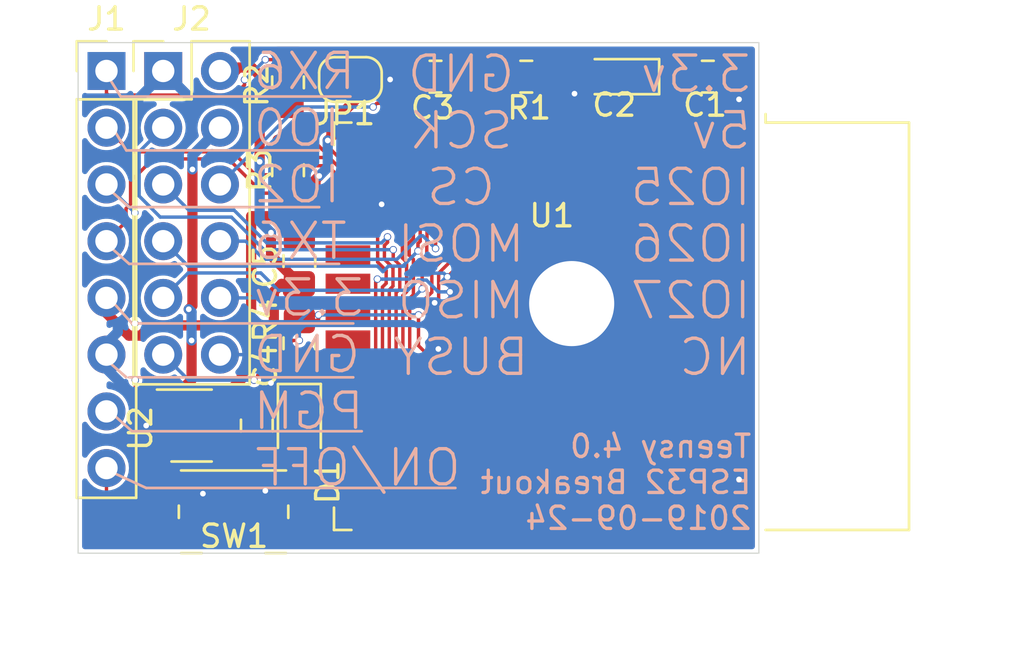
<source format=kicad_pcb>
(kicad_pcb (version 20171130) (host pcbnew "(5.1.4-0-10_14)")

  (general
    (thickness 1.6)
    (drawings 25)
    (tracks 393)
    (zones 0)
    (modules 16)
    (nets 23)
  )

  (page A4)
  (layers
    (0 F.Cu signal)
    (31 B.Cu signal)
    (32 B.Adhes user)
    (33 F.Adhes user)
    (34 B.Paste user)
    (35 F.Paste user)
    (36 B.SilkS user)
    (37 F.SilkS user)
    (38 B.Mask user)
    (39 F.Mask user)
    (40 Dwgs.User user)
    (41 Cmts.User user)
    (42 Eco1.User user)
    (43 Eco2.User user)
    (44 Edge.Cuts user)
    (45 Margin user)
    (46 B.CrtYd user)
    (47 F.CrtYd user)
    (48 B.Fab user)
    (49 F.Fab user)
  )

  (setup
    (last_trace_width 0.1524)
    (user_trace_width 0.1524)
    (user_trace_width 0.3048)
    (user_trace_width 0.4572)
    (trace_clearance 0.1524)
    (zone_clearance 0.1524)
    (zone_45_only no)
    (trace_min 0.1524)
    (via_size 0.3302)
    (via_drill 0.254)
    (via_min_size 0.3302)
    (via_min_drill 0.254)
    (user_via 0.3302 0.254)
    (uvia_size 0.3)
    (uvia_drill 0.1)
    (uvias_allowed no)
    (uvia_min_size 0.2)
    (uvia_min_drill 0.1)
    (edge_width 0.05)
    (segment_width 0.2)
    (pcb_text_width 0.3)
    (pcb_text_size 1.5 1.5)
    (mod_edge_width 0.12)
    (mod_text_size 1 1)
    (mod_text_width 0.15)
    (pad_size 1.524 1.524)
    (pad_drill 0.762)
    (pad_to_mask_clearance 0.051)
    (solder_mask_min_width 0.25)
    (aux_axis_origin 0 0)
    (visible_elements FFFFFF7F)
    (pcbplotparams
      (layerselection 0x010fc_ffffffff)
      (usegerberextensions false)
      (usegerberattributes false)
      (usegerberadvancedattributes false)
      (creategerberjobfile false)
      (excludeedgelayer true)
      (linewidth 0.100000)
      (plotframeref false)
      (viasonmask false)
      (mode 1)
      (useauxorigin false)
      (hpglpennumber 1)
      (hpglpenspeed 20)
      (hpglpendiameter 15.000000)
      (psnegative false)
      (psa4output false)
      (plotreference true)
      (plotvalue true)
      (plotinvisibletext false)
      (padsonsilk false)
      (subtractmaskfromsilk false)
      (outputformat 1)
      (mirror false)
      (drillshape 1)
      (scaleselection 1)
      (outputdirectory ""))
  )

  (net 0 "")
  (net 1 GND)
  (net 2 +3V3)
  (net 3 /ESP32_EN)
  (net 4 /3V3_Teensy)
  (net 5 /24_TX6)
  (net 6 /28)
  (net 7 /26)
  (net 8 /25_RX6)
  (net 9 "Net-(R2-Pad2)")
  (net 10 "Net-(R3-Pad2)")
  (net 11 /+5V)
  (net 12 "Net-(D1-Pad1)")
  (net 13 /SCK)
  (net 14 /CS)
  (net 15 /IO25)
  (net 16 /MOSI)
  (net 17 /IO26)
  (net 18 /MISO)
  (net 19 /IO27)
  (net 20 /IO22)
  (net 21 /ESP_BUSY)
  (net 22 /IO33)

  (net_class Default "This is the default net class."
    (clearance 0.1524)
    (trace_width 0.1524)
    (via_dia 0.3302)
    (via_drill 0.254)
    (uvia_dia 0.3)
    (uvia_drill 0.1)
    (add_net +3V3)
    (add_net /+5V)
    (add_net /24_TX6)
    (add_net /25_RX6)
    (add_net /26)
    (add_net /28)
    (add_net /3V3_Teensy)
    (add_net /CS)
    (add_net /ESP32_EN)
    (add_net /ESP_BUSY)
    (add_net /IO22)
    (add_net /IO25)
    (add_net /IO26)
    (add_net /IO27)
    (add_net /IO33)
    (add_net /MISO)
    (add_net /MOSI)
    (add_net /PROGRAM)
    (add_net /SCK)
    (add_net GND)
    (add_net "Net-(D1-Pad1)")
    (add_net "Net-(R2-Pad2)")
    (add_net "Net-(R3-Pad2)")
    (add_net "Net-(U1-Pad14)")
    (add_net "Net-(U1-Pad16)")
    (add_net "Net-(U1-Pad17)")
    (add_net "Net-(U1-Pad18)")
    (add_net "Net-(U1-Pad19)")
    (add_net "Net-(U1-Pad20)")
    (add_net "Net-(U1-Pad21)")
    (add_net "Net-(U1-Pad22)")
    (add_net "Net-(U1-Pad23)")
    (add_net "Net-(U1-Pad26)")
    (add_net "Net-(U1-Pad27)")
    (add_net "Net-(U1-Pad28)")
    (add_net "Net-(U1-Pad31)")
    (add_net "Net-(U1-Pad32)")
    (add_net "Net-(U1-Pad33)")
    (add_net "Net-(U1-Pad4)")
    (add_net "Net-(U1-Pad5)")
    (add_net "Net-(U1-Pad6)")
    (add_net "Net-(U1-Pad7)")
    (add_net "Net-(U2-Pad4)")
  )

  (module Connector_PinHeader_2.54mm:PinHeader_2x06_P2.54mm_Vertical (layer F.Cu) (tedit 59FED5CC) (tstamp 5D8B977D)
    (at 154.94 101.6)
    (descr "Through hole straight pin header, 2x06, 2.54mm pitch, double rows")
    (tags "Through hole pin header THT 2x06 2.54mm double row")
    (path /5D8DD515)
    (fp_text reference J2 (at 1.27 -2.33) (layer F.SilkS)
      (effects (font (size 1 1) (thickness 0.15)))
    )
    (fp_text value Conn_02x06_Odd_Even (at 1.27 15.03) (layer F.Fab)
      (effects (font (size 1 1) (thickness 0.15)))
    )
    (fp_text user %R (at 1.27 6.35 90) (layer F.Fab)
      (effects (font (size 1 1) (thickness 0.15)))
    )
    (fp_line (start 4.35 -1.8) (end -1.8 -1.8) (layer F.CrtYd) (width 0.05))
    (fp_line (start 4.35 14.5) (end 4.35 -1.8) (layer F.CrtYd) (width 0.05))
    (fp_line (start -1.8 14.5) (end 4.35 14.5) (layer F.CrtYd) (width 0.05))
    (fp_line (start -1.8 -1.8) (end -1.8 14.5) (layer F.CrtYd) (width 0.05))
    (fp_line (start -1.33 -1.33) (end 0 -1.33) (layer F.SilkS) (width 0.12))
    (fp_line (start -1.33 0) (end -1.33 -1.33) (layer F.SilkS) (width 0.12))
    (fp_line (start 1.27 -1.33) (end 3.87 -1.33) (layer F.SilkS) (width 0.12))
    (fp_line (start 1.27 1.27) (end 1.27 -1.33) (layer F.SilkS) (width 0.12))
    (fp_line (start -1.33 1.27) (end 1.27 1.27) (layer F.SilkS) (width 0.12))
    (fp_line (start 3.87 -1.33) (end 3.87 14.03) (layer F.SilkS) (width 0.12))
    (fp_line (start -1.33 1.27) (end -1.33 14.03) (layer F.SilkS) (width 0.12))
    (fp_line (start -1.33 14.03) (end 3.87 14.03) (layer F.SilkS) (width 0.12))
    (fp_line (start -1.27 0) (end 0 -1.27) (layer F.Fab) (width 0.1))
    (fp_line (start -1.27 13.97) (end -1.27 0) (layer F.Fab) (width 0.1))
    (fp_line (start 3.81 13.97) (end -1.27 13.97) (layer F.Fab) (width 0.1))
    (fp_line (start 3.81 -1.27) (end 3.81 13.97) (layer F.Fab) (width 0.1))
    (fp_line (start 0 -1.27) (end 3.81 -1.27) (layer F.Fab) (width 0.1))
    (pad 12 thru_hole oval (at 2.54 12.7) (size 1.7 1.7) (drill 1) (layers *.Cu *.Mask)
      (net 22 /IO33))
    (pad 11 thru_hole oval (at 0 12.7) (size 1.7 1.7) (drill 1) (layers *.Cu *.Mask)
      (net 21 /ESP_BUSY))
    (pad 10 thru_hole oval (at 2.54 10.16) (size 1.7 1.7) (drill 1) (layers *.Cu *.Mask)
      (net 19 /IO27))
    (pad 9 thru_hole oval (at 0 10.16) (size 1.7 1.7) (drill 1) (layers *.Cu *.Mask)
      (net 18 /MISO))
    (pad 8 thru_hole oval (at 2.54 7.62) (size 1.7 1.7) (drill 1) (layers *.Cu *.Mask)
      (net 17 /IO26))
    (pad 7 thru_hole oval (at 0 7.62) (size 1.7 1.7) (drill 1) (layers *.Cu *.Mask)
      (net 16 /MOSI))
    (pad 6 thru_hole oval (at 2.54 5.08) (size 1.7 1.7) (drill 1) (layers *.Cu *.Mask)
      (net 15 /IO25))
    (pad 5 thru_hole oval (at 0 5.08) (size 1.7 1.7) (drill 1) (layers *.Cu *.Mask)
      (net 14 /CS))
    (pad 4 thru_hole oval (at 2.54 2.54) (size 1.7 1.7) (drill 1) (layers *.Cu *.Mask)
      (net 11 /+5V))
    (pad 3 thru_hole oval (at 0 2.54) (size 1.7 1.7) (drill 1) (layers *.Cu *.Mask)
      (net 13 /SCK))
    (pad 2 thru_hole oval (at 2.54 0) (size 1.7 1.7) (drill 1) (layers *.Cu *.Mask)
      (net 2 +3V3))
    (pad 1 thru_hole rect (at 0 0) (size 1.7 1.7) (drill 1) (layers *.Cu *.Mask)
      (net 1 GND))
    (model ${KISYS3DMOD}/Connector_PinHeader_2.54mm.3dshapes/PinHeader_2x06_P2.54mm_Vertical.wrl
      (at (xyz 0 0 0))
      (scale (xyz 1 1 1))
      (rotate (xyz 0 0 0))
    )
  )

  (module RF_Module:ESP32-WROOM-32 (layer F.Cu) (tedit 5B5B4654) (tstamp 5D8B6905)
    (at 172.466 113.03 270)
    (descr "Single 2.4 GHz Wi-Fi and Bluetooth combo chip https://www.espressif.com/sites/default/files/documentation/esp32-wroom-32_datasheet_en.pdf")
    (tags "Single 2.4 GHz Wi-Fi and Bluetooth combo  chip")
    (path /5D8AC474)
    (attr smd)
    (fp_text reference U1 (at -4.953 0.127) (layer F.SilkS)
      (effects (font (size 1 1) (thickness 0.15)))
    )
    (fp_text value ESP32-WROOM-32D (at 0 11.5 90) (layer F.Fab)
      (effects (font (size 1 1) (thickness 0.15)))
    )
    (fp_text user %R (at 0 0 90) (layer F.Fab)
      (effects (font (size 1 1) (thickness 0.15)))
    )
    (fp_text user "KEEP-OUT ZONE" (at 0 -19 90) (layer Cmts.User)
      (effects (font (size 1 1) (thickness 0.15)))
    )
    (fp_text user Antenna (at 0 -13 90) (layer Cmts.User)
      (effects (font (size 1 1) (thickness 0.15)))
    )
    (fp_text user "5 mm" (at 11.8 -14.375 90) (layer Cmts.User)
      (effects (font (size 0.5 0.5) (thickness 0.1)))
    )
    (fp_text user "5 mm" (at -11.2 -14.375 90) (layer Cmts.User)
      (effects (font (size 0.5 0.5) (thickness 0.1)))
    )
    (fp_text user "5 mm" (at 7.8 -19.075) (layer Cmts.User)
      (effects (font (size 0.5 0.5) (thickness 0.1)))
    )
    (fp_line (start -14 -9.97) (end -14 -20.75) (layer Dwgs.User) (width 0.1))
    (fp_line (start 9 9.76) (end 9 -15.745) (layer F.Fab) (width 0.1))
    (fp_line (start -9 9.76) (end 9 9.76) (layer F.Fab) (width 0.1))
    (fp_line (start -9 -15.745) (end -9 -10.02) (layer F.Fab) (width 0.1))
    (fp_line (start -9 -15.745) (end 9 -15.745) (layer F.Fab) (width 0.1))
    (fp_line (start -9.75 10.5) (end -9.75 -9.72) (layer F.CrtYd) (width 0.05))
    (fp_line (start -9.75 10.5) (end 9.75 10.5) (layer F.CrtYd) (width 0.05))
    (fp_line (start 9.75 -9.72) (end 9.75 10.5) (layer F.CrtYd) (width 0.05))
    (fp_line (start -14.25 -21) (end 14.25 -21) (layer F.CrtYd) (width 0.05))
    (fp_line (start -9 -9.02) (end -9 9.76) (layer F.Fab) (width 0.1))
    (fp_line (start -8.5 -9.52) (end -9 -10.02) (layer F.Fab) (width 0.1))
    (fp_line (start -9 -9.02) (end -8.5 -9.52) (layer F.Fab) (width 0.1))
    (fp_line (start 14 -9.97) (end -14 -9.97) (layer Dwgs.User) (width 0.1))
    (fp_line (start 14 -9.97) (end 14 -20.75) (layer Dwgs.User) (width 0.1))
    (fp_line (start 14 -20.75) (end -14 -20.75) (layer Dwgs.User) (width 0.1))
    (fp_line (start -14.25 -21) (end -14.25 -9.72) (layer F.CrtYd) (width 0.05))
    (fp_line (start 14.25 -21) (end 14.25 -9.72) (layer F.CrtYd) (width 0.05))
    (fp_line (start -14.25 -9.72) (end -9.75 -9.72) (layer F.CrtYd) (width 0.05))
    (fp_line (start 9.75 -9.72) (end 14.25 -9.72) (layer F.CrtYd) (width 0.05))
    (fp_line (start -12.525 -20.75) (end -14 -19.66) (layer Dwgs.User) (width 0.1))
    (fp_line (start -10.525 -20.75) (end -14 -18.045) (layer Dwgs.User) (width 0.1))
    (fp_line (start -8.525 -20.75) (end -14 -16.43) (layer Dwgs.User) (width 0.1))
    (fp_line (start -6.525 -20.75) (end -14 -14.815) (layer Dwgs.User) (width 0.1))
    (fp_line (start -4.525 -20.75) (end -14 -13.2) (layer Dwgs.User) (width 0.1))
    (fp_line (start -2.525 -20.75) (end -14 -11.585) (layer Dwgs.User) (width 0.1))
    (fp_line (start -0.525 -20.75) (end -14 -9.97) (layer Dwgs.User) (width 0.1))
    (fp_line (start 1.475 -20.75) (end -12 -9.97) (layer Dwgs.User) (width 0.1))
    (fp_line (start 3.475 -20.75) (end -10 -9.97) (layer Dwgs.User) (width 0.1))
    (fp_line (start -8 -9.97) (end 5.475 -20.75) (layer Dwgs.User) (width 0.1))
    (fp_line (start 7.475 -20.75) (end -6 -9.97) (layer Dwgs.User) (width 0.1))
    (fp_line (start 9.475 -20.75) (end -4 -9.97) (layer Dwgs.User) (width 0.1))
    (fp_line (start 11.475 -20.75) (end -2 -9.97) (layer Dwgs.User) (width 0.1))
    (fp_line (start 13.475 -20.75) (end 0 -9.97) (layer Dwgs.User) (width 0.1))
    (fp_line (start 14 -19.66) (end 2 -9.97) (layer Dwgs.User) (width 0.1))
    (fp_line (start 14 -18.045) (end 4 -9.97) (layer Dwgs.User) (width 0.1))
    (fp_line (start 14 -16.43) (end 6 -9.97) (layer Dwgs.User) (width 0.1))
    (fp_line (start 14 -14.815) (end 8 -9.97) (layer Dwgs.User) (width 0.1))
    (fp_line (start 14 -13.2) (end 10 -9.97) (layer Dwgs.User) (width 0.1))
    (fp_line (start 14 -11.585) (end 12 -9.97) (layer Dwgs.User) (width 0.1))
    (fp_line (start 9.2 -13.875) (end 13.8 -13.875) (layer Cmts.User) (width 0.1))
    (fp_line (start 13.8 -13.875) (end 13.6 -14.075) (layer Cmts.User) (width 0.1))
    (fp_line (start 13.8 -13.875) (end 13.6 -13.675) (layer Cmts.User) (width 0.1))
    (fp_line (start 9.2 -13.875) (end 9.4 -14.075) (layer Cmts.User) (width 0.1))
    (fp_line (start 9.2 -13.875) (end 9.4 -13.675) (layer Cmts.User) (width 0.1))
    (fp_line (start -13.8 -13.875) (end -13.6 -14.075) (layer Cmts.User) (width 0.1))
    (fp_line (start -13.8 -13.875) (end -13.6 -13.675) (layer Cmts.User) (width 0.1))
    (fp_line (start -9.2 -13.875) (end -9.4 -13.675) (layer Cmts.User) (width 0.1))
    (fp_line (start -13.8 -13.875) (end -9.2 -13.875) (layer Cmts.User) (width 0.1))
    (fp_line (start -9.2 -13.875) (end -9.4 -14.075) (layer Cmts.User) (width 0.1))
    (fp_line (start 8.4 -16) (end 8.2 -16.2) (layer Cmts.User) (width 0.1))
    (fp_line (start 8.4 -16) (end 8.6 -16.2) (layer Cmts.User) (width 0.1))
    (fp_line (start 8.4 -20.6) (end 8.6 -20.4) (layer Cmts.User) (width 0.1))
    (fp_line (start 8.4 -16) (end 8.4 -20.6) (layer Cmts.User) (width 0.1))
    (fp_line (start 8.4 -20.6) (end 8.2 -20.4) (layer Cmts.User) (width 0.1))
    (fp_line (start -9.12 9.1) (end -9.12 9.88) (layer F.SilkS) (width 0.12))
    (fp_line (start -9.12 9.88) (end -8.12 9.88) (layer F.SilkS) (width 0.12))
    (fp_line (start 9.12 9.1) (end 9.12 9.88) (layer F.SilkS) (width 0.12))
    (fp_line (start 9.12 9.88) (end 8.12 9.88) (layer F.SilkS) (width 0.12))
    (fp_line (start -9.12 -15.865) (end 9.12 -15.865) (layer F.SilkS) (width 0.12))
    (fp_line (start 9.12 -15.865) (end 9.12 -9.445) (layer F.SilkS) (width 0.12))
    (fp_line (start -9.12 -15.865) (end -9.12 -9.445) (layer F.SilkS) (width 0.12))
    (fp_line (start -9.12 -9.445) (end -9.5 -9.445) (layer F.SilkS) (width 0.12))
    (pad 39 smd rect (at -1 -0.755 270) (size 5 5) (layers F.Cu F.Paste F.Mask)
      (net 1 GND))
    (pad 1 smd rect (at -8.5 -8.255 270) (size 2 0.9) (layers F.Cu F.Paste F.Mask)
      (net 1 GND))
    (pad 2 smd rect (at -8.5 -6.985 270) (size 2 0.9) (layers F.Cu F.Paste F.Mask)
      (net 2 +3V3))
    (pad 3 smd rect (at -8.5 -5.715 270) (size 2 0.9) (layers F.Cu F.Paste F.Mask)
      (net 3 /ESP32_EN))
    (pad 4 smd rect (at -8.5 -4.445 270) (size 2 0.9) (layers F.Cu F.Paste F.Mask))
    (pad 5 smd rect (at -8.5 -3.175 270) (size 2 0.9) (layers F.Cu F.Paste F.Mask))
    (pad 6 smd rect (at -8.5 -1.905 270) (size 2 0.9) (layers F.Cu F.Paste F.Mask))
    (pad 7 smd rect (at -8.5 -0.635 270) (size 2 0.9) (layers F.Cu F.Paste F.Mask))
    (pad 8 smd rect (at -8.5 0.635 270) (size 2 0.9) (layers F.Cu F.Paste F.Mask)
      (net 21 /ESP_BUSY))
    (pad 9 smd rect (at -8.5 1.905 270) (size 2 0.9) (layers F.Cu F.Paste F.Mask)
      (net 22 /IO33))
    (pad 10 smd rect (at -8.5 3.175 270) (size 2 0.9) (layers F.Cu F.Paste F.Mask)
      (net 15 /IO25))
    (pad 11 smd rect (at -8.5 4.445 270) (size 2 0.9) (layers F.Cu F.Paste F.Mask)
      (net 17 /IO26))
    (pad 12 smd rect (at -8.5 5.715 270) (size 2 0.9) (layers F.Cu F.Paste F.Mask)
      (net 19 /IO27))
    (pad 13 smd rect (at -8.5 6.985 270) (size 2 0.9) (layers F.Cu F.Paste F.Mask)
      (net 16 /MOSI))
    (pad 14 smd rect (at -8.5 8.255 270) (size 2 0.9) (layers F.Cu F.Paste F.Mask))
    (pad 15 smd rect (at -5.715 9.255) (size 2 0.9) (layers F.Cu F.Paste F.Mask)
      (net 1 GND))
    (pad 16 smd rect (at -4.445 9.255) (size 2 0.9) (layers F.Cu F.Paste F.Mask))
    (pad 17 smd rect (at -3.175 9.255) (size 2 0.9) (layers F.Cu F.Paste F.Mask))
    (pad 18 smd rect (at -1.905 9.255) (size 2 0.9) (layers F.Cu F.Paste F.Mask))
    (pad 19 smd rect (at -0.635 9.255) (size 2 0.9) (layers F.Cu F.Paste F.Mask))
    (pad 20 smd rect (at 0.635 9.255) (size 2 0.9) (layers F.Cu F.Paste F.Mask))
    (pad 21 smd rect (at 1.905 9.255) (size 2 0.9) (layers F.Cu F.Paste F.Mask))
    (pad 22 smd rect (at 3.175 9.255) (size 2 0.9) (layers F.Cu F.Paste F.Mask))
    (pad 23 smd rect (at 4.445 9.255) (size 2 0.9) (layers F.Cu F.Paste F.Mask))
    (pad 24 smd rect (at 5.715 9.255) (size 2 0.9) (layers F.Cu F.Paste F.Mask)
      (net 6 /28))
    (pad 25 smd rect (at 8.5 8.255 270) (size 2 0.9) (layers F.Cu F.Paste F.Mask)
      (net 7 /26))
    (pad 26 smd rect (at 8.5 6.985 270) (size 2 0.9) (layers F.Cu F.Paste F.Mask))
    (pad 27 smd rect (at 8.5 5.715 270) (size 2 0.9) (layers F.Cu F.Paste F.Mask))
    (pad 28 smd rect (at 8.5 4.445 270) (size 2 0.9) (layers F.Cu F.Paste F.Mask))
    (pad 29 smd rect (at 8.5 3.175 270) (size 2 0.9) (layers F.Cu F.Paste F.Mask)
      (net 14 /CS))
    (pad 30 smd rect (at 8.5 1.905 270) (size 2 0.9) (layers F.Cu F.Paste F.Mask)
      (net 13 /SCK))
    (pad 31 smd rect (at 8.5 0.635 270) (size 2 0.9) (layers F.Cu F.Paste F.Mask))
    (pad 32 smd rect (at 8.5 -0.635 270) (size 2 0.9) (layers F.Cu F.Paste F.Mask))
    (pad 33 smd rect (at 8.5 -1.905 270) (size 2 0.9) (layers F.Cu F.Paste F.Mask))
    (pad 34 smd rect (at 8.5 -3.175 270) (size 2 0.9) (layers F.Cu F.Paste F.Mask)
      (net 10 "Net-(R3-Pad2)"))
    (pad 35 smd rect (at 8.5 -4.445 270) (size 2 0.9) (layers F.Cu F.Paste F.Mask)
      (net 9 "Net-(R2-Pad2)"))
    (pad 36 smd rect (at 8.5 -5.715 270) (size 2 0.9) (layers F.Cu F.Paste F.Mask)
      (net 20 /IO22))
    (pad 37 smd rect (at 8.5 -6.985 270) (size 2 0.9) (layers F.Cu F.Paste F.Mask)
      (net 18 /MISO))
    (pad 38 smd rect (at 8.5 -8.255 270) (size 2 0.9) (layers F.Cu F.Paste F.Mask)
      (net 1 GND))
    (model ${KISYS3DMOD}/RF_Module.3dshapes/ESP32-WROOM-32.wrl
      (at (xyz 0 0 0))
      (scale (xyz 1 1 1))
      (rotate (xyz 0 0 0))
    )
  )

  (module Package_TO_SOT_SMD:SOT-23-5 (layer F.Cu) (tedit 5A02FF57) (tstamp 5D8B1703)
    (at 156.21 117.475)
    (descr "5-pin SOT23 package")
    (tags SOT-23-5)
    (path /5D906AE6)
    (attr smd)
    (fp_text reference U2 (at -2.286 0.127 270) (layer F.SilkS)
      (effects (font (size 1 1) (thickness 0.15)))
    )
    (fp_text value TLV75733PDBVR (at 0 2.9) (layer F.Fab)
      (effects (font (size 1 1) (thickness 0.15)))
    )
    (fp_line (start 0.9 -1.55) (end 0.9 1.55) (layer F.Fab) (width 0.1))
    (fp_line (start 0.9 1.55) (end -0.9 1.55) (layer F.Fab) (width 0.1))
    (fp_line (start -0.9 -0.9) (end -0.9 1.55) (layer F.Fab) (width 0.1))
    (fp_line (start 0.9 -1.55) (end -0.25 -1.55) (layer F.Fab) (width 0.1))
    (fp_line (start -0.9 -0.9) (end -0.25 -1.55) (layer F.Fab) (width 0.1))
    (fp_line (start -1.9 1.8) (end -1.9 -1.8) (layer F.CrtYd) (width 0.05))
    (fp_line (start 1.9 1.8) (end -1.9 1.8) (layer F.CrtYd) (width 0.05))
    (fp_line (start 1.9 -1.8) (end 1.9 1.8) (layer F.CrtYd) (width 0.05))
    (fp_line (start -1.9 -1.8) (end 1.9 -1.8) (layer F.CrtYd) (width 0.05))
    (fp_line (start 0.9 -1.61) (end -1.55 -1.61) (layer F.SilkS) (width 0.12))
    (fp_line (start -0.9 1.61) (end 0.9 1.61) (layer F.SilkS) (width 0.12))
    (fp_text user %R (at 0 0 90) (layer F.Fab)
      (effects (font (size 0.5 0.5) (thickness 0.075)))
    )
    (pad 5 smd rect (at 1.1 -0.95) (size 1.06 0.65) (layers F.Cu F.Paste F.Mask)
      (net 2 +3V3))
    (pad 4 smd rect (at 1.1 0.95) (size 1.06 0.65) (layers F.Cu F.Paste F.Mask))
    (pad 3 smd rect (at -1.1 0.95) (size 1.06 0.65) (layers F.Cu F.Paste F.Mask)
      (net 11 /+5V))
    (pad 2 smd rect (at -1.1 0) (size 1.06 0.65) (layers F.Cu F.Paste F.Mask)
      (net 1 GND))
    (pad 1 smd rect (at -1.1 -0.95) (size 1.06 0.65) (layers F.Cu F.Paste F.Mask)
      (net 11 /+5V))
    (model ${KISYS3DMOD}/Package_TO_SOT_SMD.3dshapes/SOT-23-5.wrl
      (at (xyz 0 0 0))
      (scale (xyz 1 1 1))
      (rotate (xyz 0 0 0))
    )
  )

  (module Resistor_SMD:R_0805_2012Metric_Pad1.15x1.40mm_HandSolder (layer F.Cu) (tedit 5B36C52B) (tstamp 5D8B15E2)
    (at 161.036 113.792 270)
    (descr "Resistor SMD 0805 (2012 Metric), square (rectangular) end terminal, IPC_7351 nominal with elongated pad for handsoldering. (Body size source: https://docs.google.com/spreadsheets/d/1BsfQQcO9C6DZCsRaXUlFlo91Tg2WpOkGARC1WS5S8t0/edit?usp=sharing), generated with kicad-footprint-generator")
    (tags "resistor handsolder")
    (path /5D901368)
    (attr smd)
    (fp_text reference R4 (at -1.016 1.524 90) (layer F.SilkS)
      (effects (font (size 1 1) (thickness 0.15)))
    )
    (fp_text value 2k (at 0 1.65 90) (layer F.Fab)
      (effects (font (size 1 1) (thickness 0.15)))
    )
    (fp_text user %R (at 0 0 90) (layer F.Fab)
      (effects (font (size 0.5 0.5) (thickness 0.08)))
    )
    (fp_line (start 1.85 0.95) (end -1.85 0.95) (layer F.CrtYd) (width 0.05))
    (fp_line (start 1.85 -0.95) (end 1.85 0.95) (layer F.CrtYd) (width 0.05))
    (fp_line (start -1.85 -0.95) (end 1.85 -0.95) (layer F.CrtYd) (width 0.05))
    (fp_line (start -1.85 0.95) (end -1.85 -0.95) (layer F.CrtYd) (width 0.05))
    (fp_line (start -0.261252 0.71) (end 0.261252 0.71) (layer F.SilkS) (width 0.12))
    (fp_line (start -0.261252 -0.71) (end 0.261252 -0.71) (layer F.SilkS) (width 0.12))
    (fp_line (start 1 0.6) (end -1 0.6) (layer F.Fab) (width 0.1))
    (fp_line (start 1 -0.6) (end 1 0.6) (layer F.Fab) (width 0.1))
    (fp_line (start -1 -0.6) (end 1 -0.6) (layer F.Fab) (width 0.1))
    (fp_line (start -1 0.6) (end -1 -0.6) (layer F.Fab) (width 0.1))
    (pad 2 smd roundrect (at 1.025 0 270) (size 1.15 1.4) (layers F.Cu F.Paste F.Mask) (roundrect_rratio 0.217391)
      (net 12 "Net-(D1-Pad1)"))
    (pad 1 smd roundrect (at -1.025 0 270) (size 1.15 1.4) (layers F.Cu F.Paste F.Mask) (roundrect_rratio 0.217391)
      (net 20 /IO22))
    (model ${KISYS3DMOD}/Resistor_SMD.3dshapes/R_0805_2012Metric.wrl
      (at (xyz 0 0 0))
      (scale (xyz 1 1 1))
      (rotate (xyz 0 0 0))
    )
  )

  (module LED_SMD:LED_0805_2012Metric_Pad1.15x1.40mm_HandSolder (layer F.Cu) (tedit 5B4B45C9) (tstamp 5D8B14D9)
    (at 161.036 117.475 270)
    (descr "LED SMD 0805 (2012 Metric), square (rectangular) end terminal, IPC_7351 nominal, (Body size source: https://docs.google.com/spreadsheets/d/1BsfQQcO9C6DZCsRaXUlFlo91Tg2WpOkGARC1WS5S8t0/edit?usp=sharing), generated with kicad-footprint-generator")
    (tags "LED handsolder")
    (path /5D9004C1)
    (attr smd)
    (fp_text reference D1 (at 2.54 -1.27 90) (layer F.SilkS)
      (effects (font (size 1 1) (thickness 0.15)))
    )
    (fp_text value LED (at 0 1.65 90) (layer F.Fab)
      (effects (font (size 1 1) (thickness 0.15)))
    )
    (fp_text user %R (at 0 0 90) (layer F.Fab)
      (effects (font (size 0.5 0.5) (thickness 0.08)))
    )
    (fp_line (start 1.85 0.95) (end -1.85 0.95) (layer F.CrtYd) (width 0.05))
    (fp_line (start 1.85 -0.95) (end 1.85 0.95) (layer F.CrtYd) (width 0.05))
    (fp_line (start -1.85 -0.95) (end 1.85 -0.95) (layer F.CrtYd) (width 0.05))
    (fp_line (start -1.85 0.95) (end -1.85 -0.95) (layer F.CrtYd) (width 0.05))
    (fp_line (start -1.86 0.96) (end 1 0.96) (layer F.SilkS) (width 0.12))
    (fp_line (start -1.86 -0.96) (end -1.86 0.96) (layer F.SilkS) (width 0.12))
    (fp_line (start 1 -0.96) (end -1.86 -0.96) (layer F.SilkS) (width 0.12))
    (fp_line (start 1 0.6) (end 1 -0.6) (layer F.Fab) (width 0.1))
    (fp_line (start -1 0.6) (end 1 0.6) (layer F.Fab) (width 0.1))
    (fp_line (start -1 -0.3) (end -1 0.6) (layer F.Fab) (width 0.1))
    (fp_line (start -0.7 -0.6) (end -1 -0.3) (layer F.Fab) (width 0.1))
    (fp_line (start 1 -0.6) (end -0.7 -0.6) (layer F.Fab) (width 0.1))
    (pad 2 smd roundrect (at 1.025 0 270) (size 1.15 1.4) (layers F.Cu F.Paste F.Mask) (roundrect_rratio 0.217391)
      (net 2 +3V3))
    (pad 1 smd roundrect (at -1.025 0 270) (size 1.15 1.4) (layers F.Cu F.Paste F.Mask) (roundrect_rratio 0.217391)
      (net 12 "Net-(D1-Pad1)"))
    (model ${KISYS3DMOD}/LED_SMD.3dshapes/LED_0805_2012Metric.wrl
      (at (xyz 0 0 0))
      (scale (xyz 1 1 1))
      (rotate (xyz 0 0 0))
    )
  )

  (module Capacitor_SMD:C_0805_2012Metric_Pad1.15x1.40mm_HandSolder (layer F.Cu) (tedit 5B36C52B) (tstamp 5D8B14C6)
    (at 161.036 110.109 90)
    (descr "Capacitor SMD 0805 (2012 Metric), square (rectangular) end terminal, IPC_7351 nominal with elongated pad for handsoldering. (Body size source: https://docs.google.com/spreadsheets/d/1BsfQQcO9C6DZCsRaXUlFlo91Tg2WpOkGARC1WS5S8t0/edit?usp=sharing), generated with kicad-footprint-generator")
    (tags "capacitor handsolder")
    (path /5D90F8EA)
    (attr smd)
    (fp_text reference C5 (at -0.254 -1.524 90) (layer F.SilkS)
      (effects (font (size 1 1) (thickness 0.15)))
    )
    (fp_text value 1u (at 0 1.65 90) (layer F.Fab)
      (effects (font (size 1 1) (thickness 0.15)))
    )
    (fp_text user %R (at 0 0 90) (layer F.Fab)
      (effects (font (size 0.5 0.5) (thickness 0.08)))
    )
    (fp_line (start 1.85 0.95) (end -1.85 0.95) (layer F.CrtYd) (width 0.05))
    (fp_line (start 1.85 -0.95) (end 1.85 0.95) (layer F.CrtYd) (width 0.05))
    (fp_line (start -1.85 -0.95) (end 1.85 -0.95) (layer F.CrtYd) (width 0.05))
    (fp_line (start -1.85 0.95) (end -1.85 -0.95) (layer F.CrtYd) (width 0.05))
    (fp_line (start -0.261252 0.71) (end 0.261252 0.71) (layer F.SilkS) (width 0.12))
    (fp_line (start -0.261252 -0.71) (end 0.261252 -0.71) (layer F.SilkS) (width 0.12))
    (fp_line (start 1 0.6) (end -1 0.6) (layer F.Fab) (width 0.1))
    (fp_line (start 1 -0.6) (end 1 0.6) (layer F.Fab) (width 0.1))
    (fp_line (start -1 -0.6) (end 1 -0.6) (layer F.Fab) (width 0.1))
    (fp_line (start -1 0.6) (end -1 -0.6) (layer F.Fab) (width 0.1))
    (pad 2 smd roundrect (at 1.025 0 90) (size 1.15 1.4) (layers F.Cu F.Paste F.Mask) (roundrect_rratio 0.217391)
      (net 1 GND))
    (pad 1 smd roundrect (at -1.025 0 90) (size 1.15 1.4) (layers F.Cu F.Paste F.Mask) (roundrect_rratio 0.217391)
      (net 2 +3V3))
    (model ${KISYS3DMOD}/Capacitor_SMD.3dshapes/C_0805_2012Metric.wrl
      (at (xyz 0 0 0))
      (scale (xyz 1 1 1))
      (rotate (xyz 0 0 0))
    )
  )

  (module Capacitor_SMD:C_0805_2012Metric_Pad1.15x1.40mm_HandSolder (layer F.Cu) (tedit 5B36C52B) (tstamp 5D8B14B5)
    (at 159.131 117.475 90)
    (descr "Capacitor SMD 0805 (2012 Metric), square (rectangular) end terminal, IPC_7351 nominal with elongated pad for handsoldering. (Body size source: https://docs.google.com/spreadsheets/d/1BsfQQcO9C6DZCsRaXUlFlo91Tg2WpOkGARC1WS5S8t0/edit?usp=sharing), generated with kicad-footprint-generator")
    (tags "capacitor handsolder")
    (path /5D90E67E)
    (attr smd)
    (fp_text reference C4 (at 2.667 0.381 270) (layer F.SilkS)
      (effects (font (size 1 1) (thickness 0.15)))
    )
    (fp_text value 1u (at 0 1.65 90) (layer F.Fab)
      (effects (font (size 1 1) (thickness 0.15)))
    )
    (fp_text user %R (at 0 0 90) (layer F.Fab)
      (effects (font (size 0.5 0.5) (thickness 0.08)))
    )
    (fp_line (start 1.85 0.95) (end -1.85 0.95) (layer F.CrtYd) (width 0.05))
    (fp_line (start 1.85 -0.95) (end 1.85 0.95) (layer F.CrtYd) (width 0.05))
    (fp_line (start -1.85 -0.95) (end 1.85 -0.95) (layer F.CrtYd) (width 0.05))
    (fp_line (start -1.85 0.95) (end -1.85 -0.95) (layer F.CrtYd) (width 0.05))
    (fp_line (start -0.261252 0.71) (end 0.261252 0.71) (layer F.SilkS) (width 0.12))
    (fp_line (start -0.261252 -0.71) (end 0.261252 -0.71) (layer F.SilkS) (width 0.12))
    (fp_line (start 1 0.6) (end -1 0.6) (layer F.Fab) (width 0.1))
    (fp_line (start 1 -0.6) (end 1 0.6) (layer F.Fab) (width 0.1))
    (fp_line (start -1 -0.6) (end 1 -0.6) (layer F.Fab) (width 0.1))
    (fp_line (start -1 0.6) (end -1 -0.6) (layer F.Fab) (width 0.1))
    (pad 2 smd roundrect (at 1.025 0 90) (size 1.15 1.4) (layers F.Cu F.Paste F.Mask) (roundrect_rratio 0.217391)
      (net 1 GND))
    (pad 1 smd roundrect (at -1.025 0 90) (size 1.15 1.4) (layers F.Cu F.Paste F.Mask) (roundrect_rratio 0.217391)
      (net 11 /+5V))
    (model ${KISYS3DMOD}/Capacitor_SMD.3dshapes/C_0805_2012Metric.wrl
      (at (xyz 0 0 0))
      (scale (xyz 1 1 1))
      (rotate (xyz 0 0 0))
    )
  )

  (module Button_Switch_SMD:Panasonic_EVQPUJ_EVQPUA (layer F.Cu) (tedit 5A02FC95) (tstamp 5D8AD718)
    (at 158.0896 121.3358 180)
    (descr http://industrial.panasonic.com/cdbs/www-data/pdf/ATV0000/ATV0000CE5.pdf)
    (tags "SMD SMT SPST EVQPUJ EVQPUA")
    (path /5D8B67A3)
    (attr smd)
    (fp_text reference SW1 (at -0.0254 -1.0922) (layer F.SilkS)
      (effects (font (size 1 1) (thickness 0.15)))
    )
    (fp_text value ON_OFF (at 0 3.5) (layer F.Fab)
      (effects (font (size 1 1) (thickness 0.15)))
    )
    (fp_line (start 3.9 -3.25) (end -3.9 -3.25) (layer F.CrtYd) (width 0.05))
    (fp_line (start 3.9 2.25) (end -3.9 2.25) (layer F.CrtYd) (width 0.05))
    (fp_line (start -3.9 2.25) (end -3.9 -3.25) (layer F.CrtYd) (width 0.05))
    (fp_line (start -1.425 -1.85) (end -2.35 -1.85) (layer F.SilkS) (width 0.12))
    (fp_line (start 2.45 0.275) (end 2.45 -0.275) (layer F.SilkS) (width 0.12))
    (fp_line (start 2.35 1.75) (end -2.35 1.75) (layer F.Fab) (width 0.1))
    (fp_line (start 2.35 -1.75) (end -2.35 -1.75) (layer F.Fab) (width 0.1))
    (fp_line (start -2.35 1.75) (end -2.35 -1.75) (layer F.Fab) (width 0.1))
    (fp_line (start 2.35 1.75) (end 2.35 -1.75) (layer F.Fab) (width 0.1))
    (fp_line (start 1.3 -2.75) (end -1.3 -2.75) (layer F.Fab) (width 0.1))
    (fp_line (start 1.3 -2.75) (end 1.3 -1.75) (layer F.Fab) (width 0.1))
    (fp_line (start -1.3 -2.75) (end -1.3 -1.75) (layer F.Fab) (width 0.1))
    (fp_line (start -2.45 0.275) (end -2.45 -0.275) (layer F.SilkS) (width 0.12))
    (fp_line (start 2.35 1.85) (end -2.35 1.85) (layer F.SilkS) (width 0.12))
    (fp_line (start 2.35 -1.85) (end 1.425 -1.85) (layer F.SilkS) (width 0.12))
    (fp_line (start 3.9 2.25) (end 3.9 -3.25) (layer F.CrtYd) (width 0.05))
    (fp_text user %R (at 0 0) (layer F.Fab)
      (effects (font (size 1 1) (thickness 0.15)))
    )
    (pad 1 smd rect (at 2.625 -0.85) (size 1.55 1) (layers F.Cu F.Paste F.Mask)
      (net 3 /ESP32_EN))
    (pad 1 smd rect (at -2.625 -0.85) (size 1.55 1) (layers F.Cu F.Paste F.Mask)
      (net 3 /ESP32_EN))
    (pad 2 smd rect (at -2.625 0.85) (size 1.55 1) (layers F.Cu F.Paste F.Mask)
      (net 1 GND))
    (pad 2 smd rect (at 2.625 0.85) (size 1.55 1) (layers F.Cu F.Paste F.Mask)
      (net 1 GND))
    (model ${KISYS3DMOD}/Button_Switch_SMD.3dshapes/Panasonic_EVQPUJ_EVQPUA.wrl
      (at (xyz 0 0 0))
      (scale (xyz 1 1 1))
      (rotate (xyz 0 0 0))
    )
  )

  (module Resistor_SMD:R_0805_2012Metric_Pad1.15x1.40mm_HandSolder (layer F.Cu) (tedit 5B36C52B) (tstamp 5D8AD6FF)
    (at 160.528 106.045 90)
    (descr "Resistor SMD 0805 (2012 Metric), square (rectangular) end terminal, IPC_7351 nominal with elongated pad for handsoldering. (Body size source: https://docs.google.com/spreadsheets/d/1BsfQQcO9C6DZCsRaXUlFlo91Tg2WpOkGARC1WS5S8t0/edit?usp=sharing), generated with kicad-footprint-generator")
    (tags "resistor handsolder")
    (path /5D8AF437)
    (attr smd)
    (fp_text reference R3 (at 0 -1.27 90) (layer F.SilkS)
      (effects (font (size 1 1) (thickness 0.15)))
    )
    (fp_text value 0R (at 0 1.65 90) (layer F.Fab)
      (effects (font (size 1 1) (thickness 0.15)))
    )
    (fp_text user %R (at 0 0 90) (layer F.Fab)
      (effects (font (size 0.5 0.5) (thickness 0.08)))
    )
    (fp_line (start 1.85 0.95) (end -1.85 0.95) (layer F.CrtYd) (width 0.05))
    (fp_line (start 1.85 -0.95) (end 1.85 0.95) (layer F.CrtYd) (width 0.05))
    (fp_line (start -1.85 -0.95) (end 1.85 -0.95) (layer F.CrtYd) (width 0.05))
    (fp_line (start -1.85 0.95) (end -1.85 -0.95) (layer F.CrtYd) (width 0.05))
    (fp_line (start -0.261252 0.71) (end 0.261252 0.71) (layer F.SilkS) (width 0.12))
    (fp_line (start -0.261252 -0.71) (end 0.261252 -0.71) (layer F.SilkS) (width 0.12))
    (fp_line (start 1 0.6) (end -1 0.6) (layer F.Fab) (width 0.1))
    (fp_line (start 1 -0.6) (end 1 0.6) (layer F.Fab) (width 0.1))
    (fp_line (start -1 -0.6) (end 1 -0.6) (layer F.Fab) (width 0.1))
    (fp_line (start -1 0.6) (end -1 -0.6) (layer F.Fab) (width 0.1))
    (pad 2 smd roundrect (at 1.025 0 90) (size 1.15 1.4) (layers F.Cu F.Paste F.Mask) (roundrect_rratio 0.217391)
      (net 10 "Net-(R3-Pad2)"))
    (pad 1 smd roundrect (at -1.025 0 90) (size 1.15 1.4) (layers F.Cu F.Paste F.Mask) (roundrect_rratio 0.217391)
      (net 5 /24_TX6))
    (model ${KISYS3DMOD}/Resistor_SMD.3dshapes/R_0805_2012Metric.wrl
      (at (xyz 0 0 0))
      (scale (xyz 1 1 1))
      (rotate (xyz 0 0 0))
    )
  )

  (module Resistor_SMD:R_0805_2012Metric_Pad1.15x1.40mm_HandSolder (layer F.Cu) (tedit 5B36C52B) (tstamp 5D8AD6EE)
    (at 160.528 102.108 270)
    (descr "Resistor SMD 0805 (2012 Metric), square (rectangular) end terminal, IPC_7351 nominal with elongated pad for handsoldering. (Body size source: https://docs.google.com/spreadsheets/d/1BsfQQcO9C6DZCsRaXUlFlo91Tg2WpOkGARC1WS5S8t0/edit?usp=sharing), generated with kicad-footprint-generator")
    (tags "resistor handsolder")
    (path /5D8AE82B)
    (attr smd)
    (fp_text reference R2 (at 0.127 1.397 90) (layer F.SilkS)
      (effects (font (size 1 1) (thickness 0.15)))
    )
    (fp_text value 0R (at 0 1.65 90) (layer F.Fab)
      (effects (font (size 1 1) (thickness 0.15)))
    )
    (fp_text user %R (at 0 0 90) (layer F.Fab)
      (effects (font (size 0.5 0.5) (thickness 0.08)))
    )
    (fp_line (start 1.85 0.95) (end -1.85 0.95) (layer F.CrtYd) (width 0.05))
    (fp_line (start 1.85 -0.95) (end 1.85 0.95) (layer F.CrtYd) (width 0.05))
    (fp_line (start -1.85 -0.95) (end 1.85 -0.95) (layer F.CrtYd) (width 0.05))
    (fp_line (start -1.85 0.95) (end -1.85 -0.95) (layer F.CrtYd) (width 0.05))
    (fp_line (start -0.261252 0.71) (end 0.261252 0.71) (layer F.SilkS) (width 0.12))
    (fp_line (start -0.261252 -0.71) (end 0.261252 -0.71) (layer F.SilkS) (width 0.12))
    (fp_line (start 1 0.6) (end -1 0.6) (layer F.Fab) (width 0.1))
    (fp_line (start 1 -0.6) (end 1 0.6) (layer F.Fab) (width 0.1))
    (fp_line (start -1 -0.6) (end 1 -0.6) (layer F.Fab) (width 0.1))
    (fp_line (start -1 0.6) (end -1 -0.6) (layer F.Fab) (width 0.1))
    (pad 2 smd roundrect (at 1.025 0 270) (size 1.15 1.4) (layers F.Cu F.Paste F.Mask) (roundrect_rratio 0.217391)
      (net 9 "Net-(R2-Pad2)"))
    (pad 1 smd roundrect (at -1.025 0 270) (size 1.15 1.4) (layers F.Cu F.Paste F.Mask) (roundrect_rratio 0.217391)
      (net 8 /25_RX6))
    (model ${KISYS3DMOD}/Resistor_SMD.3dshapes/R_0805_2012Metric.wrl
      (at (xyz 0 0 0))
      (scale (xyz 1 1 1))
      (rotate (xyz 0 0 0))
    )
  )

  (module Resistor_SMD:R_0805_2012Metric_Pad1.15x1.40mm_HandSolder (layer F.Cu) (tedit 5B36C52B) (tstamp 5D8AD6DD)
    (at 171.196 101.854 180)
    (descr "Resistor SMD 0805 (2012 Metric), square (rectangular) end terminal, IPC_7351 nominal with elongated pad for handsoldering. (Body size source: https://docs.google.com/spreadsheets/d/1BsfQQcO9C6DZCsRaXUlFlo91Tg2WpOkGARC1WS5S8t0/edit?usp=sharing), generated with kicad-footprint-generator")
    (tags "resistor handsolder")
    (path /5D8B099D)
    (attr smd)
    (fp_text reference R1 (at -0.127 -1.397 180) (layer F.SilkS)
      (effects (font (size 1 1) (thickness 0.15)))
    )
    (fp_text value 10k (at 0 1.65) (layer F.Fab)
      (effects (font (size 1 1) (thickness 0.15)))
    )
    (fp_text user %R (at 0 0) (layer F.Fab)
      (effects (font (size 0.5 0.5) (thickness 0.08)))
    )
    (fp_line (start 1.85 0.95) (end -1.85 0.95) (layer F.CrtYd) (width 0.05))
    (fp_line (start 1.85 -0.95) (end 1.85 0.95) (layer F.CrtYd) (width 0.05))
    (fp_line (start -1.85 -0.95) (end 1.85 -0.95) (layer F.CrtYd) (width 0.05))
    (fp_line (start -1.85 0.95) (end -1.85 -0.95) (layer F.CrtYd) (width 0.05))
    (fp_line (start -0.261252 0.71) (end 0.261252 0.71) (layer F.SilkS) (width 0.12))
    (fp_line (start -0.261252 -0.71) (end 0.261252 -0.71) (layer F.SilkS) (width 0.12))
    (fp_line (start 1 0.6) (end -1 0.6) (layer F.Fab) (width 0.1))
    (fp_line (start 1 -0.6) (end 1 0.6) (layer F.Fab) (width 0.1))
    (fp_line (start -1 -0.6) (end 1 -0.6) (layer F.Fab) (width 0.1))
    (fp_line (start -1 0.6) (end -1 -0.6) (layer F.Fab) (width 0.1))
    (pad 2 smd roundrect (at 1.025 0 180) (size 1.15 1.4) (layers F.Cu F.Paste F.Mask) (roundrect_rratio 0.217391)
      (net 2 +3V3))
    (pad 1 smd roundrect (at -1.025 0 180) (size 1.15 1.4) (layers F.Cu F.Paste F.Mask) (roundrect_rratio 0.217391)
      (net 3 /ESP32_EN))
    (model ${KISYS3DMOD}/Resistor_SMD.3dshapes/R_0805_2012Metric.wrl
      (at (xyz 0 0 0))
      (scale (xyz 1 1 1))
      (rotate (xyz 0 0 0))
    )
  )

  (module Jumper:SolderJumper-2_P1.3mm_Bridged_RoundedPad1.0x1.5mm (layer F.Cu) (tedit 5C745284) (tstamp 5D8AD6CC)
    (at 163.322 101.981 180)
    (descr "SMD Solder Jumper, 1x1.5mm, rounded Pads, 0.3mm gap, bridged with 1 copper strip")
    (tags "solder jumper open")
    (path /5D8BA9A0)
    (attr virtual)
    (fp_text reference JP1 (at 0.254 -1.524) (layer F.SilkS)
      (effects (font (size 1 1) (thickness 0.15)))
    )
    (fp_text value "Teensy 3.3" (at 0 1.9) (layer F.Fab)
      (effects (font (size 1 1) (thickness 0.15)))
    )
    (fp_poly (pts (xy 0.25 -0.3) (xy -0.25 -0.3) (xy -0.25 0.3) (xy 0.25 0.3)) (layer F.Cu) (width 0))
    (fp_line (start 1.65 1.25) (end -1.65 1.25) (layer F.CrtYd) (width 0.05))
    (fp_line (start 1.65 1.25) (end 1.65 -1.25) (layer F.CrtYd) (width 0.05))
    (fp_line (start -1.65 -1.25) (end -1.65 1.25) (layer F.CrtYd) (width 0.05))
    (fp_line (start -1.65 -1.25) (end 1.65 -1.25) (layer F.CrtYd) (width 0.05))
    (fp_line (start -0.7 -1) (end 0.7 -1) (layer F.SilkS) (width 0.12))
    (fp_line (start 1.4 -0.3) (end 1.4 0.3) (layer F.SilkS) (width 0.12))
    (fp_line (start 0.7 1) (end -0.7 1) (layer F.SilkS) (width 0.12))
    (fp_line (start -1.4 0.3) (end -1.4 -0.3) (layer F.SilkS) (width 0.12))
    (fp_arc (start -0.7 -0.3) (end -0.7 -1) (angle -90) (layer F.SilkS) (width 0.12))
    (fp_arc (start -0.7 0.3) (end -1.4 0.3) (angle -90) (layer F.SilkS) (width 0.12))
    (fp_arc (start 0.7 0.3) (end 0.7 1) (angle -90) (layer F.SilkS) (width 0.12))
    (fp_arc (start 0.7 -0.3) (end 1.4 -0.3) (angle -90) (layer F.SilkS) (width 0.12))
    (pad 1 smd custom (at -0.65 0 180) (size 1 0.5) (layers F.Cu F.Mask)
      (net 4 /3V3_Teensy) (zone_connect 2)
      (options (clearance outline) (anchor rect))
      (primitives
        (gr_circle (center 0 0.25) (end 0.5 0.25) (width 0))
        (gr_circle (center 0 -0.25) (end 0.5 -0.25) (width 0))
        (gr_poly (pts
           (xy 0 -0.75) (xy 0.5 -0.75) (xy 0.5 0.75) (xy 0 0.75)) (width 0))
      ))
    (pad 2 smd custom (at 0.65 0 180) (size 1 0.5) (layers F.Cu F.Mask)
      (net 2 +3V3) (zone_connect 2)
      (options (clearance outline) (anchor rect))
      (primitives
        (gr_circle (center 0 0.25) (end 0.5 0.25) (width 0))
        (gr_circle (center 0 -0.25) (end 0.5 -0.25) (width 0))
        (gr_poly (pts
           (xy 0 -0.75) (xy -0.5 -0.75) (xy -0.5 0.75) (xy 0 0.75)) (width 0))
      ))
  )

  (module Connector_PinHeader_2.54mm:PinHeader_1x08_P2.54mm_Vertical (layer F.Cu) (tedit 59FED5CC) (tstamp 5D8AD6B9)
    (at 152.4 101.6)
    (descr "Through hole straight pin header, 1x08, 2.54mm pitch, single row")
    (tags "Through hole pin header THT 1x08 2.54mm single row")
    (path /5D8AAC3C)
    (fp_text reference J1 (at 0 -2.33) (layer F.SilkS)
      (effects (font (size 1 1) (thickness 0.15)))
    )
    (fp_text value Conn_01x08 (at 0 20.11) (layer F.Fab)
      (effects (font (size 1 1) (thickness 0.15)))
    )
    (fp_line (start -0.635 -1.27) (end 1.27 -1.27) (layer F.Fab) (width 0.1))
    (fp_line (start 1.27 -1.27) (end 1.27 19.05) (layer F.Fab) (width 0.1))
    (fp_line (start 1.27 19.05) (end -1.27 19.05) (layer F.Fab) (width 0.1))
    (fp_line (start -1.27 19.05) (end -1.27 -0.635) (layer F.Fab) (width 0.1))
    (fp_line (start -1.27 -0.635) (end -0.635 -1.27) (layer F.Fab) (width 0.1))
    (fp_line (start -1.33 19.11) (end 1.33 19.11) (layer F.SilkS) (width 0.12))
    (fp_line (start -1.33 1.27) (end -1.33 19.11) (layer F.SilkS) (width 0.12))
    (fp_line (start 1.33 1.27) (end 1.33 19.11) (layer F.SilkS) (width 0.12))
    (fp_line (start -1.33 1.27) (end 1.33 1.27) (layer F.SilkS) (width 0.12))
    (fp_line (start -1.33 0) (end -1.33 -1.33) (layer F.SilkS) (width 0.12))
    (fp_line (start -1.33 -1.33) (end 0 -1.33) (layer F.SilkS) (width 0.12))
    (fp_line (start -1.8 -1.8) (end -1.8 19.55) (layer F.CrtYd) (width 0.05))
    (fp_line (start -1.8 19.55) (end 1.8 19.55) (layer F.CrtYd) (width 0.05))
    (fp_line (start 1.8 19.55) (end 1.8 -1.8) (layer F.CrtYd) (width 0.05))
    (fp_line (start 1.8 -1.8) (end -1.8 -1.8) (layer F.CrtYd) (width 0.05))
    (fp_text user %R (at 0 8.89 90) (layer F.Fab)
      (effects (font (size 1 1) (thickness 0.15)))
    )
    (pad 1 thru_hole rect (at 0 0) (size 1.7 1.7) (drill 1) (layers *.Cu *.Mask)
      (net 8 /25_RX6))
    (pad 2 thru_hole oval (at 0 2.54) (size 1.7 1.7) (drill 1) (layers *.Cu *.Mask)
      (net 7 /26))
    (pad 3 thru_hole oval (at 0 5.08) (size 1.7 1.7) (drill 1) (layers *.Cu *.Mask)
      (net 6 /28))
    (pad 4 thru_hole oval (at 0 7.62) (size 1.7 1.7) (drill 1) (layers *.Cu *.Mask)
      (net 5 /24_TX6))
    (pad 5 thru_hole oval (at 0 10.16) (size 1.7 1.7) (drill 1) (layers *.Cu *.Mask)
      (net 4 /3V3_Teensy))
    (pad 6 thru_hole oval (at 0 12.7) (size 1.7 1.7) (drill 1) (layers *.Cu *.Mask)
      (net 1 GND))
    (pad 7 thru_hole oval (at 0 15.24) (size 1.7 1.7) (drill 1) (layers *.Cu *.Mask))
    (pad 8 thru_hole oval (at 0 17.78) (size 1.7 1.7) (drill 1) (layers *.Cu *.Mask)
      (net 3 /ESP32_EN))
    (model ${KISYS3DMOD}/Connector_PinHeader_2.54mm.3dshapes/PinHeader_1x08_P2.54mm_Vertical.wrl
      (at (xyz 0 0 0))
      (scale (xyz 1 1 1))
      (rotate (xyz 0 0 0))
    )
  )

  (module Capacitor_SMD:C_0805_2012Metric_Pad1.15x1.40mm_HandSolder (layer F.Cu) (tedit 5B36C52B) (tstamp 5D8AD69D)
    (at 167.132 101.854 180)
    (descr "Capacitor SMD 0805 (2012 Metric), square (rectangular) end terminal, IPC_7351 nominal with elongated pad for handsoldering. (Body size source: https://docs.google.com/spreadsheets/d/1BsfQQcO9C6DZCsRaXUlFlo91Tg2WpOkGARC1WS5S8t0/edit?usp=sharing), generated with kicad-footprint-generator")
    (tags "capacitor handsolder")
    (path /5D8CD655)
    (attr smd)
    (fp_text reference C3 (at 0.127 -1.397 180) (layer F.SilkS)
      (effects (font (size 1 1) (thickness 0.15)))
    )
    (fp_text value 1u (at 0 1.65) (layer F.Fab)
      (effects (font (size 1 1) (thickness 0.15)))
    )
    (fp_text user %R (at 0 0) (layer F.Fab)
      (effects (font (size 0.5 0.5) (thickness 0.08)))
    )
    (fp_line (start 1.85 0.95) (end -1.85 0.95) (layer F.CrtYd) (width 0.05))
    (fp_line (start 1.85 -0.95) (end 1.85 0.95) (layer F.CrtYd) (width 0.05))
    (fp_line (start -1.85 -0.95) (end 1.85 -0.95) (layer F.CrtYd) (width 0.05))
    (fp_line (start -1.85 0.95) (end -1.85 -0.95) (layer F.CrtYd) (width 0.05))
    (fp_line (start -0.261252 0.71) (end 0.261252 0.71) (layer F.SilkS) (width 0.12))
    (fp_line (start -0.261252 -0.71) (end 0.261252 -0.71) (layer F.SilkS) (width 0.12))
    (fp_line (start 1 0.6) (end -1 0.6) (layer F.Fab) (width 0.1))
    (fp_line (start 1 -0.6) (end 1 0.6) (layer F.Fab) (width 0.1))
    (fp_line (start -1 -0.6) (end 1 -0.6) (layer F.Fab) (width 0.1))
    (fp_line (start -1 0.6) (end -1 -0.6) (layer F.Fab) (width 0.1))
    (pad 2 smd roundrect (at 1.025 0 180) (size 1.15 1.4) (layers F.Cu F.Paste F.Mask) (roundrect_rratio 0.217391)
      (net 1 GND))
    (pad 1 smd roundrect (at -1.025 0 180) (size 1.15 1.4) (layers F.Cu F.Paste F.Mask) (roundrect_rratio 0.217391)
      (net 3 /ESP32_EN))
    (model ${KISYS3DMOD}/Capacitor_SMD.3dshapes/C_0805_2012Metric.wrl
      (at (xyz 0 0 0))
      (scale (xyz 1 1 1))
      (rotate (xyz 0 0 0))
    )
  )

  (module Capacitor_Tantalum_SMD:CP_EIA-2012-12_Kemet-R_Pad1.30x1.05mm_HandSolder (layer F.Cu) (tedit 5B301BBE) (tstamp 5D8AD68C)
    (at 175.26 101.854 180)
    (descr "Tantalum Capacitor SMD Kemet-R (2012-12 Metric), IPC_7351 nominal, (Body size from: https://www.vishay.com/docs/40182/tmch.pdf), generated with kicad-footprint-generator")
    (tags "capacitor tantalum")
    (path /5D8C874C)
    (attr smd)
    (fp_text reference C2 (at 0.127 -1.27 180) (layer F.SilkS)
      (effects (font (size 1 1) (thickness 0.15)))
    )
    (fp_text value 22u/10v (at 0 1.58) (layer F.Fab)
      (effects (font (size 1 1) (thickness 0.15)))
    )
    (fp_text user %R (at 0 0) (layer F.Fab)
      (effects (font (size 0.5 0.5) (thickness 0.08)))
    )
    (fp_line (start 1.88 0.88) (end -1.88 0.88) (layer F.CrtYd) (width 0.05))
    (fp_line (start 1.88 -0.88) (end 1.88 0.88) (layer F.CrtYd) (width 0.05))
    (fp_line (start -1.88 -0.88) (end 1.88 -0.88) (layer F.CrtYd) (width 0.05))
    (fp_line (start -1.88 0.88) (end -1.88 -0.88) (layer F.CrtYd) (width 0.05))
    (fp_line (start -1.885 0.785) (end 1 0.785) (layer F.SilkS) (width 0.12))
    (fp_line (start -1.885 -0.785) (end -1.885 0.785) (layer F.SilkS) (width 0.12))
    (fp_line (start 1 -0.785) (end -1.885 -0.785) (layer F.SilkS) (width 0.12))
    (fp_line (start 1 0.625) (end 1 -0.625) (layer F.Fab) (width 0.1))
    (fp_line (start -1 0.625) (end 1 0.625) (layer F.Fab) (width 0.1))
    (fp_line (start -1 -0.3125) (end -1 0.625) (layer F.Fab) (width 0.1))
    (fp_line (start -0.6875 -0.625) (end -1 -0.3125) (layer F.Fab) (width 0.1))
    (fp_line (start 1 -0.625) (end -0.6875 -0.625) (layer F.Fab) (width 0.1))
    (pad 2 smd roundrect (at 0.975 0 180) (size 1.3 1.05) (layers F.Cu F.Paste F.Mask) (roundrect_rratio 0.238095)
      (net 1 GND))
    (pad 1 smd roundrect (at -0.975 0 180) (size 1.3 1.05) (layers F.Cu F.Paste F.Mask) (roundrect_rratio 0.238095)
      (net 2 +3V3))
    (model ${KISYS3DMOD}/Capacitor_Tantalum_SMD.3dshapes/CP_EIA-2012-12_Kemet-R.wrl
      (at (xyz 0 0 0))
      (scale (xyz 1 1 1))
      (rotate (xyz 0 0 0))
    )
  )

  (module Capacitor_SMD:C_0805_2012Metric_Pad1.15x1.40mm_HandSolder (layer F.Cu) (tedit 5B36C52B) (tstamp 5D8AEBF4)
    (at 179.324 101.854)
    (descr "Capacitor SMD 0805 (2012 Metric), square (rectangular) end terminal, IPC_7351 nominal with elongated pad for handsoldering. (Body size source: https://docs.google.com/spreadsheets/d/1BsfQQcO9C6DZCsRaXUlFlo91Tg2WpOkGARC1WS5S8t0/edit?usp=sharing), generated with kicad-footprint-generator")
    (tags "capacitor handsolder")
    (path /5D8CE50A)
    (attr smd)
    (fp_text reference C1 (at -0.127 1.27) (layer F.SilkS)
      (effects (font (size 1 1) (thickness 0.15)))
    )
    (fp_text value 0.1u/50v (at 0 1.65) (layer F.Fab)
      (effects (font (size 1 1) (thickness 0.15)))
    )
    (fp_text user %R (at 0 0) (layer F.Fab)
      (effects (font (size 0.5 0.5) (thickness 0.08)))
    )
    (fp_line (start 1.85 0.95) (end -1.85 0.95) (layer F.CrtYd) (width 0.05))
    (fp_line (start 1.85 -0.95) (end 1.85 0.95) (layer F.CrtYd) (width 0.05))
    (fp_line (start -1.85 -0.95) (end 1.85 -0.95) (layer F.CrtYd) (width 0.05))
    (fp_line (start -1.85 0.95) (end -1.85 -0.95) (layer F.CrtYd) (width 0.05))
    (fp_line (start -0.261252 0.71) (end 0.261252 0.71) (layer F.SilkS) (width 0.12))
    (fp_line (start -0.261252 -0.71) (end 0.261252 -0.71) (layer F.SilkS) (width 0.12))
    (fp_line (start 1 0.6) (end -1 0.6) (layer F.Fab) (width 0.1))
    (fp_line (start 1 -0.6) (end 1 0.6) (layer F.Fab) (width 0.1))
    (fp_line (start -1 -0.6) (end 1 -0.6) (layer F.Fab) (width 0.1))
    (fp_line (start -1 0.6) (end -1 -0.6) (layer F.Fab) (width 0.1))
    (pad 2 smd roundrect (at 1.025 0) (size 1.15 1.4) (layers F.Cu F.Paste F.Mask) (roundrect_rratio 0.217391)
      (net 1 GND))
    (pad 1 smd roundrect (at -1.025 0) (size 1.15 1.4) (layers F.Cu F.Paste F.Mask) (roundrect_rratio 0.217391)
      (net 2 +3V3))
    (model ${KISYS3DMOD}/Capacitor_SMD.3dshapes/C_0805_2012Metric.wrl
      (at (xyz 0 0 0))
      (scale (xyz 1 1 1))
      (rotate (xyz 0 0 0))
    )
  )

  (gr_line (start 153.035 102.743) (end 152.4 101.727) (layer B.SilkS) (width 0.12))
  (gr_line (start 163.322 102.743) (end 153.035 102.743) (layer B.SilkS) (width 0.12))
  (gr_line (start 153.289 105.156) (end 161.925 105.156) (layer B.SilkS) (width 0.12))
  (gr_line (start 152.527 103.886) (end 153.289 105.156) (layer B.SilkS) (width 0.12))
  (gr_line (start 153.416 107.696) (end 152.273 106.68) (layer B.SilkS) (width 0.12))
  (gr_line (start 161.925 107.696) (end 153.416 107.696) (layer B.SilkS) (width 0.12))
  (gr_line (start 153.416 110.236) (end 162.814 110.236) (layer B.SilkS) (width 0.12))
  (gr_line (start 152.273 109.22) (end 153.416 110.236) (layer B.SilkS) (width 0.12))
  (gr_line (start 153.543 112.903) (end 163.449 112.903) (layer B.SilkS) (width 0.12))
  (gr_line (start 152.4 111.633) (end 153.543 112.903) (layer B.SilkS) (width 0.12))
  (gr_line (start 153.289 115.316) (end 152.273 114.427) (layer B.SilkS) (width 0.12))
  (gr_line (start 163.449 115.316) (end 153.416 115.316) (layer B.SilkS) (width 0.12))
  (gr_line (start 153.543 117.729) (end 163.83 117.729) (layer B.SilkS) (width 0.12))
  (gr_line (start 152.4 116.713) (end 153.543 117.729) (layer B.SilkS) (width 0.12))
  (gr_line (start 152.527 119.507) (end 152.4 119.507) (layer B.SilkS) (width 0.12))
  (gr_line (start 154.178 120.269) (end 152.527 119.507) (layer B.SilkS) (width 0.12))
  (gr_line (start 168.021 120.269) (end 154.178 120.269) (layer B.SilkS) (width 0.12))
  (gr_text "3.3v\n5v\nIO25\nIO26\nIO27\nNC" (at 181.356 108.077) (layer B.SilkS) (tstamp 5D8B7670)
    (effects (font (size 1.5748 1.5748) (thickness 0.15)) (justify left mirror))
  )
  (gr_text "GND\nSCK\nCS\nMOSI\nMISO\nBUSY" (at 168.275 108.077) (layer B.SilkS) (tstamp 5D8B766A)
    (effects (font (size 1.5748 1.5748) (thickness 0.15)) (justify mirror))
  )
  (gr_text "RX6\nIO0\nIO2\nTX6\n3.3v\nGND\nPGM\nON/OFF" (at 158.877 110.49) (layer B.SilkS)
    (effects (font (size 1.5748 1.5748) (thickness 0.15)) (justify right mirror))
  )
  (gr_text "Teensy 4.0 \nESP32 Breakout\n2019-09-24" (at 181.356 120.015) (layer B.SilkS)
    (effects (font (size 1 1) (thickness 0.15)) (justify left mirror))
  )
  (gr_line (start 151.13 123.19) (end 151.13 100.33) (layer Edge.Cuts) (width 0.05) (tstamp 5D8ADD6F))
  (gr_line (start 181.61 123.19) (end 151.13 123.19) (layer Edge.Cuts) (width 0.05))
  (gr_line (start 181.61 100.33) (end 181.61 123.19) (layer Edge.Cuts) (width 0.05))
  (gr_line (start 151.13 100.33) (end 181.61 100.33) (layer Edge.Cuts) (width 0.05))

  (via (at 173.228 112.014) (size 4.318) (drill 3.81) (layers F.Cu B.Cu) (net 1) (status 30))
  (segment (start 154.94 101.6) (end 155.067 101.6) (width 0.4572) (layer B.Cu) (net 1) (status 30))
  (segment (start 156.337 102.997) (end 154.94 101.6) (width 0.4572) (layer B.Cu) (net 1) (status 20))
  (segment (start 154.94 101.6) (end 154.94 101.727) (width 0.4572) (layer B.Cu) (net 1) (status 30))
  (segment (start 154.94 101.727) (end 153.67 102.997) (width 0.4572) (layer B.Cu) (net 1) (status 10))
  (segment (start 180.721 102.226) (end 180.349 101.854) (width 0.4572) (layer F.Cu) (net 1) (status 30))
  (via (at 180.721 102.87) (size 0.3302) (drill 0.254) (layers F.Cu B.Cu) (net 1))
  (segment (start 180.721 104.53) (end 180.721 102.87) (width 0.4572) (layer F.Cu) (net 1) (status 10))
  (segment (start 180.721 102.87) (end 180.721 102.226) (width 0.4572) (layer F.Cu) (net 1) (status 20))
  (via (at 180.721 119.888) (size 0.3302) (drill 0.254) (layers F.Cu B.Cu) (net 1))
  (segment (start 180.721 121.53) (end 180.721 119.888) (width 0.4572) (layer F.Cu) (net 1) (status 10))
  (via (at 159.512 120.396) (size 0.3302) (drill 0.254) (layers F.Cu B.Cu) (net 1))
  (segment (start 159.6018 120.4858) (end 159.512 120.396) (width 0.4572) (layer F.Cu) (net 1))
  (segment (start 160.7146 120.4858) (end 159.6018 120.4858) (width 0.4572) (layer F.Cu) (net 1) (status 10))
  (via (at 156.718 120.523) (size 0.3302) (drill 0.254) (layers F.Cu B.Cu) (net 1))
  (segment (start 156.6808 120.4858) (end 156.718 120.523) (width 0.4572) (layer F.Cu) (net 1))
  (segment (start 155.4646 120.4858) (end 156.6808 120.4858) (width 0.4572) (layer F.Cu) (net 1) (status 10))
  (via (at 173.355008 102.616) (size 0.3302) (drill 0.254) (layers F.Cu B.Cu) (net 1))
  (segment (start 174.285 101.854) (end 173.523 102.616) (width 0.4572) (layer F.Cu) (net 1) (status 10))
  (segment (start 173.523 102.616) (end 173.355008 102.616) (width 0.4572) (layer F.Cu) (net 1))
  (via (at 164.719001 107.569) (size 0.3302) (drill 0.254) (layers F.Cu B.Cu) (net 1))
  (via (at 165.1 101.980998) (size 0.3302) (drill 0.254) (layers F.Cu B.Cu) (net 1))
  (segment (start 166.107 101.854) (end 165.226998 101.854) (width 0.4572) (layer F.Cu) (net 1) (status 10))
  (segment (start 165.226998 101.854) (end 165.1 101.980998) (width 0.4572) (layer F.Cu) (net 1))
  (segment (start 164.507669 107.403901) (end 164.553902 107.403901) (width 0.4572) (layer F.Cu) (net 1))
  (segment (start 163.211 107.315) (end 164.418768 107.315) (width 0.4572) (layer F.Cu) (net 1) (status 10))
  (segment (start 164.418768 107.315) (end 164.507669 107.403901) (width 0.4572) (layer F.Cu) (net 1))
  (segment (start 164.553902 107.403901) (end 164.719001 107.569) (width 0.4572) (layer F.Cu) (net 1))
  (segment (start 160.528 108.83) (end 160.528 108.712) (width 0.4572) (layer F.Cu) (net 1) (status 30))
  (segment (start 152.4 114.3) (end 152.4 114.935) (width 0.4572) (layer B.Cu) (net 1) (status 30))
  (via (at 154.178 117.475) (size 0.3302) (drill 0.254) (layers F.Cu B.Cu) (net 1))
  (segment (start 155.11 117.475) (end 154.178 117.475) (width 0.4572) (layer F.Cu) (net 1) (status 10))
  (via (at 159.766 115.57) (size 0.3302) (drill 0.254) (layers F.Cu B.Cu) (net 1))
  (segment (start 159.131 116.205) (end 159.766 115.57) (width 0.4572) (layer F.Cu) (net 1))
  (segment (start 159.131 116.45) (end 159.131 116.205) (width 0.4572) (layer F.Cu) (net 1))
  (segment (start 152.4 114.935) (end 152.4 113.792) (width 0.4572) (layer B.Cu) (net 1))
  (segment (start 153.035 115.57) (end 152.4 114.935) (width 0.4572) (layer B.Cu) (net 1))
  (segment (start 152.4 114.3) (end 152.4 113.792) (width 0.4572) (layer B.Cu) (net 1))
  (segment (start 152.4 113.792) (end 152.908 113.284) (width 0.4572) (layer B.Cu) (net 1))
  (segment (start 152.908 113.284) (end 152.908 113.03) (width 0.4572) (layer B.Cu) (net 1))
  (segment (start 152.908 113.03) (end 153.123899 112.814101) (width 0.4572) (layer B.Cu) (net 1))
  (segment (start 179.451 103.006) (end 179.451 104.53) (width 0.4572) (layer F.Cu) (net 2) (status 20))
  (segment (start 178.299 101.854) (end 179.451 103.006) (width 0.4572) (layer F.Cu) (net 2) (status 10))
  (segment (start 178.299 101.854) (end 176.235 101.854) (width 0.4572) (layer F.Cu) (net 2) (status 30))
  (segment (start 175.77899 100.77299) (end 171.25201 100.77299) (width 0.4572) (layer F.Cu) (net 2))
  (segment (start 176.235 101.854) (end 176.235 101.229) (width 0.4572) (layer F.Cu) (net 2) (status 10))
  (segment (start 171.25201 100.77299) (end 170.171 101.854) (width 0.4572) (layer F.Cu) (net 2) (status 20))
  (segment (start 176.235 101.229) (end 175.77899 100.77299) (width 0.4572) (layer F.Cu) (net 2))
  (segment (start 159.284538 101.827462) (end 159.496086 102.03901) (width 0.4572) (layer F.Cu) (net 2))
  (segment (start 159.496086 102.03901) (end 161.766398 102.03901) (width 0.4572) (layer F.Cu) (net 2))
  (segment (start 157.48 101.6) (end 158.163496 101.6) (width 0.4572) (layer F.Cu) (net 2) (status 30))
  (segment (start 158.317612 101.445884) (end 158.90296 101.445884) (width 0.4572) (layer F.Cu) (net 2))
  (segment (start 158.163496 101.6) (end 158.317612 101.445884) (width 0.4572) (layer F.Cu) (net 2) (status 10))
  (segment (start 158.90296 101.445884) (end 159.284538 101.827462) (width 0.4572) (layer F.Cu) (net 2))
  (via (at 159.258 105.664002) (size 0.3302) (drill 0.254) (layers F.Cu B.Cu) (net 2))
  (segment (start 159.258 101.854) (end 159.258 105.664002) (width 0.4572) (layer F.Cu) (net 2))
  (segment (start 159.284538 101.827462) (end 159.258 101.854) (width 0.4572) (layer F.Cu) (net 2))
  (segment (start 161.824408 101.981) (end 162.672 101.981) (width 0.4572) (layer F.Cu) (net 2) (status 20))
  (segment (start 161.766398 102.03901) (end 161.824408 101.981) (width 0.4572) (layer F.Cu) (net 2))
  (segment (start 169.08999 100.77299) (end 170.171 101.854) (width 0.4572) (layer F.Cu) (net 2) (status 20))
  (segment (start 165.05301 100.77299) (end 169.08999 100.77299) (width 0.4572) (layer F.Cu) (net 2))
  (segment (start 162.672 101.133408) (end 162.999182 100.806226) (width 0.4572) (layer F.Cu) (net 2))
  (segment (start 162.999182 100.806226) (end 165.019774 100.806226) (width 0.4572) (layer F.Cu) (net 2))
  (segment (start 165.019774 100.806226) (end 165.05301 100.77299) (width 0.4572) (layer F.Cu) (net 2))
  (segment (start 162.672 101.981) (end 162.672 101.133408) (width 0.4572) (layer F.Cu) (net 2) (status 10))
  (segment (start 159.258 105.664002) (end 159.258 108.331) (width 0.4572) (layer B.Cu) (net 2))
  (segment (start 159.258 108.331) (end 159.766 108.839) (width 0.4572) (layer B.Cu) (net 2))
  (via (at 159.766 108.839) (size 0.3302) (drill 0.254) (layers F.Cu B.Cu) (net 2))
  (segment (start 159.766 109.864) (end 161.036 111.134) (width 0.4572) (layer F.Cu) (net 2) (status 20))
  (segment (start 159.766 108.839) (end 159.766 109.864) (width 0.4572) (layer F.Cu) (net 2))
  (segment (start 160.528 111.134) (end 160.528 111.506) (width 0.4572) (layer F.Cu) (net 2) (status 30))
  (segment (start 157.515 116.525) (end 157.31 116.525) (width 0.4572) (layer F.Cu) (net 2) (status 30))
  (segment (start 158.39601 117.40601) (end 157.515 116.525) (width 0.4572) (layer F.Cu) (net 2) (status 20))
  (segment (start 160.61701 117.40601) (end 158.39601 117.40601) (width 0.4572) (layer F.Cu) (net 2))
  (segment (start 161.036 117.825) (end 160.61701 117.40601) (width 0.4572) (layer F.Cu) (net 2))
  (segment (start 161.036 118.5) (end 161.036 117.825) (width 0.4572) (layer F.Cu) (net 2) (status 10))
  (segment (start 158.457899 115.180871) (end 159.893 113.74577) (width 0.4572) (layer F.Cu) (net 2))
  (segment (start 158.457899 115.377101) (end 158.457899 115.180871) (width 0.4572) (layer F.Cu) (net 2))
  (segment (start 157.31 116.525) (end 158.457899 115.377101) (width 0.4572) (layer F.Cu) (net 2) (status 10))
  (segment (start 159.893 113.74577) (end 159.893 111.477) (width 0.4572) (layer F.Cu) (net 2))
  (segment (start 159.893 111.477) (end 160.236 111.134) (width 0.4572) (layer F.Cu) (net 2))
  (segment (start 160.236 111.134) (end 161.036 111.134) (width 0.4572) (layer F.Cu) (net 2) (status 20))
  (segment (start 177.502399 103.301399) (end 178.181 103.98) (width 0.1524) (layer F.Cu) (net 3) (status 20))
  (segment (start 172.868399 103.301399) (end 177.502399 103.301399) (width 0.1524) (layer F.Cu) (net 3))
  (segment (start 172.221 102.654) (end 172.868399 103.301399) (width 0.1524) (layer F.Cu) (net 3))
  (segment (start 178.181 103.98) (end 178.181 104.53) (width 0.1524) (layer F.Cu) (net 3) (status 30))
  (segment (start 172.221 101.854) (end 172.221 102.654) (width 0.1524) (layer F.Cu) (net 3) (status 10))
  (segment (start 157.518266 122.1858) (end 160.7146 122.1858) (width 0.1524) (layer F.Cu) (net 3) (status 20))
  (segment (start 155.4646 122.1858) (end 156.806734 122.1858) (width 0.1524) (layer F.Cu) (net 3) (status 10))
  (segment (start 156.972743 122.351809) (end 157.352257 122.351809) (width 0.1524) (layer F.Cu) (net 3))
  (segment (start 156.806734 122.1858) (end 156.972743 122.351809) (width 0.1524) (layer F.Cu) (net 3))
  (segment (start 157.352257 122.351809) (end 157.518266 122.1858) (width 0.1524) (layer F.Cu) (net 3))
  (segment (start 152.4 120.582081) (end 154.003719 122.1858) (width 0.1524) (layer F.Cu) (net 3))
  (segment (start 152.4 119.38) (end 152.4 120.582081) (width 0.1524) (layer F.Cu) (net 3) (status 10))
  (segment (start 155.047051 122.1858) (end 155.4646 122.1858) (width 0.1524) (layer F.Cu) (net 3) (status 30))
  (segment (start 154.003719 122.1858) (end 155.047051 122.1858) (width 0.1524) (layer F.Cu) (net 3) (status 20))
  (segment (start 171.29239 102.78261) (end 172.221 101.854) (width 0.1524) (layer F.Cu) (net 3) (status 20))
  (segment (start 169.278288 102.78261) (end 171.29239 102.78261) (width 0.1524) (layer F.Cu) (net 3))
  (segment (start 168.157 101.854) (end 168.832 101.854) (width 0.1524) (layer F.Cu) (net 3) (status 10))
  (segment (start 168.971977 101.993977) (end 168.971977 102.476299) (width 0.1524) (layer F.Cu) (net 3))
  (segment (start 168.971977 102.476299) (end 169.278288 102.78261) (width 0.1524) (layer F.Cu) (net 3))
  (segment (start 168.832 101.854) (end 168.971977 101.993977) (width 0.1524) (layer F.Cu) (net 3))
  (segment (start 178.181 104.53) (end 178.181 105.08) (width 0.1524) (layer F.Cu) (net 3))
  (via (at 167.665662 110.817196) (size 0.3302) (drill 0.254) (layers F.Cu B.Cu) (net 3))
  (segment (start 169.262858 109.22) (end 167.830761 110.652097) (width 0.1524) (layer F.Cu) (net 3))
  (segment (start 174.041 109.22) (end 169.262858 109.22) (width 0.1524) (layer F.Cu) (net 3))
  (segment (start 178.181 105.08) (end 174.041 109.22) (width 0.1524) (layer F.Cu) (net 3))
  (segment (start 167.830761 110.652097) (end 167.665662 110.817196) (width 0.1524) (layer F.Cu) (net 3))
  (segment (start 160.7146 122.1858) (end 161.642 122.1858) (width 0.1524) (layer F.Cu) (net 3))
  (segment (start 165.957734 110.918175) (end 164.762004 110.918175) (width 0.1524) (layer B.Cu) (net 3))
  (segment (start 164.528518 110.990467) (end 164.528518 110.918175) (width 0.1524) (layer F.Cu) (net 3))
  (segment (start 167.665662 110.817196) (end 167.500563 110.652097) (width 0.1524) (layer B.Cu) (net 3))
  (segment (start 166.223812 110.652097) (end 165.957734 110.918175) (width 0.1524) (layer B.Cu) (net 3))
  (segment (start 164.762004 110.918175) (end 164.528518 110.918175) (width 0.1524) (layer B.Cu) (net 3))
  (segment (start 167.500563 110.652097) (end 166.223812 110.652097) (width 0.1524) (layer B.Cu) (net 3))
  (segment (start 164.452235 111.06675) (end 164.528518 110.990467) (width 0.1524) (layer F.Cu) (net 3))
  (segment (start 164.452235 119.375565) (end 164.452235 111.06675) (width 0.1524) (layer F.Cu) (net 3))
  (via (at 164.528518 110.918175) (size 0.3302) (drill 0.254) (layers F.Cu B.Cu) (net 3))
  (segment (start 161.642 122.1858) (end 164.452235 119.375565) (width 0.1524) (layer F.Cu) (net 3))
  (via (at 161.925 106.299) (size 0.3302) (drill 0.254) (layers F.Cu B.Cu) (net 4))
  (segment (start 162.306 104.711092) (end 162.306405 104.711497) (width 0.4572) (layer F.Cu) (net 4))
  (via (at 162.306 104.711084) (size 0.3302) (drill 0.254) (layers F.Cu B.Cu) (net 4))
  (segment (start 162.306 105.918) (end 162.306 104.711084) (width 0.4572) (layer B.Cu) (net 4))
  (segment (start 161.925 106.299) (end 162.306 105.918) (width 0.4572) (layer B.Cu) (net 4))
  (segment (start 162.471099 103.970733) (end 163.972 102.469832) (width 0.4572) (layer F.Cu) (net 4) (status 20))
  (segment (start 163.972 102.469832) (end 163.972 101.981) (width 0.4572) (layer F.Cu) (net 4) (status 30))
  (segment (start 162.471099 104.545985) (end 162.471099 103.970733) (width 0.4572) (layer F.Cu) (net 4))
  (segment (start 162.306 104.711084) (end 162.471099 104.545985) (width 0.4572) (layer F.Cu) (net 4))
  (segment (start 153.40787 113.449102) (end 152.4 112.441232) (width 0.4572) (layer F.Cu) (net 4) (status 20))
  (segment (start 153.93213 113.449102) (end 153.40787 113.449102) (width 0.4572) (layer F.Cu) (net 4))
  (segment (start 158.877 112.268) (end 158.153999 112.991001) (width 0.4572) (layer F.Cu) (net 4))
  (segment (start 158.153999 112.991001) (end 154.390231 112.991001) (width 0.4572) (layer F.Cu) (net 4))
  (segment (start 161.759901 106.464099) (end 161.759901 107.505485) (width 0.4572) (layer F.Cu) (net 4))
  (segment (start 154.390231 112.991001) (end 153.93213 113.449102) (width 0.4572) (layer F.Cu) (net 4))
  (segment (start 158.877 108.10239) (end 158.877 112.268) (width 0.4572) (layer F.Cu) (net 4))
  (segment (start 152.4 112.441232) (end 152.4 111.76) (width 0.4572) (layer F.Cu) (net 4) (status 30))
  (segment (start 161.925 106.299) (end 161.759901 106.464099) (width 0.4572) (layer F.Cu) (net 4))
  (segment (start 161.162996 108.10239) (end 161.759901 107.505485) (width 0.4572) (layer F.Cu) (net 4))
  (segment (start 158.877 108.10239) (end 161.162996 108.10239) (width 0.4572) (layer F.Cu) (net 4))
  (segment (start 158.737299 106.413299) (end 159.394 107.07) (width 0.1524) (layer F.Cu) (net 5))
  (segment (start 158.737299 106.411044) (end 158.737299 106.413299) (width 0.1524) (layer F.Cu) (net 5))
  (segment (start 157.863255 105.537) (end 158.737299 106.411044) (width 0.1524) (layer F.Cu) (net 5))
  (segment (start 154.48667 105.537) (end 157.863255 105.537) (width 0.1524) (layer F.Cu) (net 5))
  (segment (start 159.394 107.07) (end 160.528 107.07) (width 0.1524) (layer F.Cu) (net 5) (status 20))
  (segment (start 153.276298 108.343702) (end 153.276298 107.761022) (width 0.1524) (layer F.Cu) (net 5))
  (segment (start 153.478601 106.545069) (end 154.48667 105.537) (width 0.1524) (layer F.Cu) (net 5))
  (segment (start 153.478601 107.558719) (end 153.478601 106.545069) (width 0.1524) (layer F.Cu) (net 5))
  (segment (start 153.276298 107.761022) (end 153.478601 107.558719) (width 0.1524) (layer F.Cu) (net 5))
  (segment (start 152.4 109.22) (end 153.276298 108.343702) (width 0.1524) (layer F.Cu) (net 5) (status 10))
  (via (at 153.67 107.95) (size 0.3302) (drill 0.254) (layers F.Cu B.Cu) (net 6))
  (segment (start 153.67 107.95) (end 152.4 106.68) (width 0.1524) (layer B.Cu) (net 6) (status 20))
  (via (at 153.691805 115.437549) (size 0.3302) (drill 0.254) (layers F.Cu B.Cu) (net 6))
  (segment (start 163.211 119.675882) (end 161.429683 121.457199) (width 0.1524) (layer F.Cu) (net 6))
  (segment (start 161.429683 121.457199) (end 154.749517 121.457199) (width 0.1524) (layer F.Cu) (net 6))
  (segment (start 153.691805 120.399487) (end 153.691805 115.437549) (width 0.1524) (layer F.Cu) (net 6))
  (segment (start 163.211 118.745) (end 163.211 119.675882) (width 0.1524) (layer F.Cu) (net 6) (status 10))
  (segment (start 154.749517 121.457199) (end 153.691805 120.399487) (width 0.1524) (layer F.Cu) (net 6))
  (segment (start 153.67 107.95) (end 153.67 112.903) (width 0.1524) (layer F.Cu) (net 6))
  (via (at 153.67 112.903) (size 0.3302) (drill 0.254) (layers F.Cu B.Cu) (net 6))
  (segment (start 153.691805 115.437549) (end 153.691805 112.924805) (width 0.1524) (layer B.Cu) (net 6))
  (segment (start 153.691805 112.924805) (end 153.67 112.903) (width 0.1524) (layer B.Cu) (net 6))
  (segment (start 162.992454 106.526246) (end 162.972663 106.526246) (width 0.1524) (layer F.Cu) (net 7))
  (segment (start 162.371531 105.905323) (end 162.992454 106.526246) (width 0.1524) (layer F.Cu) (net 7))
  (segment (start 161.735617 105.841791) (end 162.181979 105.841791) (width 0.1524) (layer F.Cu) (net 7))
  (segment (start 159.069253 106.248846) (end 161.328561 106.248846) (width 0.1524) (layer F.Cu) (net 7))
  (segment (start 152.4 104.14) (end 153.478601 105.218601) (width 0.1524) (layer F.Cu) (net 7) (status 10))
  (segment (start 153.478601 105.218601) (end 158.039008 105.218601) (width 0.1524) (layer F.Cu) (net 7))
  (segment (start 158.039008 105.218601) (end 159.069253 106.248846) (width 0.1524) (layer F.Cu) (net 7))
  (segment (start 162.245511 105.905323) (end 162.371531 105.905323) (width 0.1524) (layer F.Cu) (net 7))
  (segment (start 162.181979 105.841791) (end 162.245511 105.905323) (width 0.1524) (layer F.Cu) (net 7))
  (segment (start 161.328561 106.248846) (end 161.735617 105.841791) (width 0.1524) (layer F.Cu) (net 7))
  (segment (start 164.211 121.53) (end 164.211 120.047867) (width 0.1524) (layer F.Cu) (net 7))
  (segment (start 164.211 120.047867) (end 164.757046 119.501821) (width 0.1524) (layer F.Cu) (net 7))
  (segment (start 164.757046 111.272327) (end 164.92222 111.107153) (width 0.1524) (layer F.Cu) (net 7))
  (segment (start 164.92222 111.107153) (end 164.92222 110.538577) (width 0.1524) (layer F.Cu) (net 7))
  (segment (start 165.079282 106.540298) (end 163.006505 106.540298) (width 0.1524) (layer F.Cu) (net 7))
  (segment (start 163.006505 106.540298) (end 162.992454 106.526246) (width 0.1524) (layer F.Cu) (net 7))
  (segment (start 164.757046 119.501821) (end 164.757046 111.272327) (width 0.1524) (layer F.Cu) (net 7))
  (segment (start 165.493701 107.936104) (end 165.493701 106.954717) (width 0.1524) (layer F.Cu) (net 7))
  (segment (start 165.493701 106.954717) (end 165.079282 106.540298) (width 0.1524) (layer F.Cu) (net 7))
  (segment (start 164.539656 110.156013) (end 164.539656 108.890149) (width 0.1524) (layer F.Cu) (net 7))
  (segment (start 164.92222 110.538577) (end 164.539656 110.156013) (width 0.1524) (layer F.Cu) (net 7))
  (segment (start 164.539656 108.890149) (end 165.493701 107.936104) (width 0.1524) (layer F.Cu) (net 7))
  (via (at 159.512 101.092) (size 0.3302) (drill 0.254) (layers F.Cu B.Cu) (net 8))
  (segment (start 160.519 101.092) (end 160.528 101.083) (width 0.1524) (layer F.Cu) (net 8) (status 30))
  (segment (start 159.512 101.092) (end 160.519 101.092) (width 0.1524) (layer F.Cu) (net 8) (status 20))
  (segment (start 152.476201 102.678601) (end 158.126611 102.678601) (width 0.1524) (layer F.Cu) (net 8))
  (via (at 158.579741 101.991985) (size 0.3302) (drill 0.254) (layers F.Cu B.Cu) (net 8))
  (segment (start 152.4 101.6) (end 152.4 102.6024) (width 0.1524) (layer F.Cu) (net 8) (status 10))
  (segment (start 159.512 101.092) (end 158.612015 101.991985) (width 0.1524) (layer B.Cu) (net 8))
  (segment (start 152.4 102.6024) (end 152.476201 102.678601) (width 0.1524) (layer F.Cu) (net 8))
  (segment (start 158.579741 102.225471) (end 158.579741 101.991985) (width 0.1524) (layer F.Cu) (net 8))
  (segment (start 158.612015 101.991985) (end 158.579741 101.991985) (width 0.1524) (layer B.Cu) (net 8))
  (segment (start 158.126611 102.678601) (end 158.579741 102.225471) (width 0.1524) (layer F.Cu) (net 8))
  (segment (start 171.386705 115.455705) (end 167.197023 115.455705) (width 0.1524) (layer F.Cu) (net 9))
  (segment (start 166.141378 109.098016) (end 166.141378 106.678512) (width 0.1524) (layer F.Cu) (net 9))
  (segment (start 166.141378 106.678512) (end 165.24686 105.783994) (width 0.1524) (layer F.Cu) (net 9))
  (segment (start 166.14146 111.612181) (end 166.14146 110.033548) (width 0.1524) (layer F.Cu) (net 9))
  (segment (start 165.952943 109.845031) (end 165.952943 109.286451) (width 0.1524) (layer F.Cu) (net 9))
  (segment (start 167.197023 115.455705) (end 165.97629 114.234972) (width 0.1524) (layer F.Cu) (net 9))
  (segment (start 165.952943 109.286451) (end 166.141378 109.098016) (width 0.1524) (layer F.Cu) (net 9))
  (segment (start 166.14146 110.033548) (end 165.952943 109.845031) (width 0.1524) (layer F.Cu) (net 9))
  (segment (start 161.848789 104.900473) (end 161.848789 104.453789) (width 0.1524) (layer F.Cu) (net 9))
  (segment (start 165.97629 114.234972) (end 165.97629 111.777351) (width 0.1524) (layer F.Cu) (net 9))
  (segment (start 162.117023 105.168709) (end 161.848789 104.900473) (width 0.1524) (layer F.Cu) (net 9))
  (segment (start 162.498031 105.168709) (end 162.117023 105.168709) (width 0.1524) (layer F.Cu) (net 9))
  (segment (start 163.113316 105.783994) (end 162.498031 105.168709) (width 0.1524) (layer F.Cu) (net 9))
  (segment (start 176.911 121.53) (end 176.911 120.98) (width 0.1524) (layer F.Cu) (net 9))
  (segment (start 161.151372 103.756372) (end 160.528 103.133) (width 0.1524) (layer F.Cu) (net 9))
  (segment (start 165.97629 111.777351) (end 166.14146 111.612181) (width 0.1524) (layer F.Cu) (net 9))
  (segment (start 176.911 120.98) (end 171.386705 115.455705) (width 0.1524) (layer F.Cu) (net 9))
  (segment (start 165.24686 105.783994) (end 163.113316 105.783994) (width 0.1524) (layer F.Cu) (net 9))
  (segment (start 161.848789 104.453789) (end 161.151372 103.756372) (width 0.1524) (layer F.Cu) (net 9))
  (segment (start 161.328 105.02) (end 160.528 105.02) (width 0.1524) (layer F.Cu) (net 10))
  (segment (start 165.265839 106.234041) (end 163.131315 106.234041) (width 0.1524) (layer F.Cu) (net 10))
  (segment (start 175.641 120.98) (end 172.453512 117.792512) (width 0.1524) (layer F.Cu) (net 10))
  (segment (start 165.671479 111.651095) (end 165.836649 111.485925) (width 0.1524) (layer F.Cu) (net 10))
  (segment (start 165.648132 109.160195) (end 165.836567 108.97176) (width 0.1524) (layer F.Cu) (net 10))
  (segment (start 162.370794 105.47352) (end 161.78152 105.47352) (width 0.1524) (layer F.Cu) (net 10))
  (segment (start 165.671479 114.361228) (end 165.671479 111.651095) (width 0.1524) (layer F.Cu) (net 10))
  (segment (start 165.836649 111.485925) (end 165.836649 110.159804) (width 0.1524) (layer F.Cu) (net 10))
  (segment (start 165.836567 106.804769) (end 165.265839 106.234041) (width 0.1524) (layer F.Cu) (net 10))
  (segment (start 172.453512 117.792512) (end 169.102747 117.792512) (width 0.1524) (layer F.Cu) (net 10))
  (segment (start 161.78152 105.47352) (end 161.328 105.02) (width 0.1524) (layer F.Cu) (net 10))
  (segment (start 169.102747 117.792512) (end 165.671479 114.361228) (width 0.1524) (layer F.Cu) (net 10))
  (segment (start 165.648132 109.971287) (end 165.648132 109.160195) (width 0.1524) (layer F.Cu) (net 10))
  (segment (start 165.836649 110.159804) (end 165.648132 109.971287) (width 0.1524) (layer F.Cu) (net 10))
  (segment (start 165.836567 108.97176) (end 165.836567 106.804769) (width 0.1524) (layer F.Cu) (net 10))
  (segment (start 163.131315 106.234041) (end 162.370794 105.47352) (width 0.1524) (layer F.Cu) (net 10))
  (segment (start 175.641 121.53) (end 175.641 120.98) (width 0.1524) (layer F.Cu) (net 10))
  (via (at 156.083 112.268) (size 0.3302) (drill 0.254) (layers F.Cu B.Cu) (net 11))
  (via (at 156.248099 106.006901) (size 0.3302) (drill 0.254) (layers F.Cu B.Cu) (net 11))
  (segment (start 156.248099 112.102901) (end 156.248099 106.006901) (width 0.4572) (layer F.Cu) (net 11))
  (segment (start 156.248099 105.371901) (end 156.248099 106.006901) (width 0.4572) (layer B.Cu) (net 11))
  (segment (start 157.48 104.14) (end 156.248099 105.371901) (width 0.4572) (layer B.Cu) (net 11) (status 10))
  (segment (start 156.083 112.268) (end 156.248099 112.102901) (width 0.4572) (layer F.Cu) (net 11))
  (segment (start 155.700802 118.425) (end 155.11 118.425) (width 0.4572) (layer F.Cu) (net 11) (status 20))
  (segment (start 156.021001 118.104801) (end 155.700802 118.425) (width 0.4572) (layer F.Cu) (net 11))
  (segment (start 155.700802 116.525) (end 156.021001 116.845199) (width 0.4572) (layer F.Cu) (net 11))
  (segment (start 156.021001 116.845199) (end 156.021001 118.104801) (width 0.4572) (layer F.Cu) (net 11))
  (segment (start 155.11 116.525) (end 155.700802 116.525) (width 0.4572) (layer F.Cu) (net 11) (status 10))
  (segment (start 158.499999 119.131001) (end 159.131 118.5) (width 0.4572) (layer F.Cu) (net 11) (status 20))
  (segment (start 156.021001 119.131001) (end 158.499999 119.131001) (width 0.4572) (layer F.Cu) (net 11))
  (segment (start 155.315 118.425) (end 156.021001 119.131001) (width 0.4572) (layer F.Cu) (net 11) (status 10))
  (segment (start 155.11 118.425) (end 155.315 118.425) (width 0.4572) (layer F.Cu) (net 11) (status 30))
  (via (at 156.21 113.665) (size 0.3302) (drill 0.254) (layers F.Cu B.Cu) (net 11))
  (segment (start 156.21 112.395) (end 156.083 112.268) (width 0.4572) (layer B.Cu) (net 11))
  (segment (start 156.21 113.665) (end 156.21 112.395) (width 0.4572) (layer B.Cu) (net 11))
  (segment (start 156.21 115.425) (end 156.21 113.665) (width 0.4572) (layer F.Cu) (net 11))
  (segment (start 155.11 116.525) (end 156.21 115.425) (width 0.4572) (layer F.Cu) (net 11) (status 10))
  (segment (start 161.036 114.817) (end 161.036 116.45) (width 0.4572) (layer F.Cu) (net 12) (status 30))
  (segment (start 153.861399 107.197729) (end 154.805069 108.141399) (width 0.1524) (layer B.Cu) (net 13))
  (segment (start 153.861399 105.218601) (end 153.861399 107.197729) (width 0.1524) (layer B.Cu) (net 13))
  (segment (start 154.805069 108.141399) (end 157.99074 108.1414) (width 0.1524) (layer B.Cu) (net 13))
  (segment (start 159.450361 109.60102) (end 165.238169 109.60102) (width 0.1524) (layer B.Cu) (net 13))
  (segment (start 154.94 104.14) (end 153.861399 105.218601) (width 0.1524) (layer B.Cu) (net 13))
  (segment (start 157.99074 108.1414) (end 159.450361 109.60102) (width 0.1524) (layer B.Cu) (net 13))
  (via (at 165.238169 109.60102) (size 0.3302) (drill 0.254) (layers F.Cu B.Cu) (net 13))
  (segment (start 165.366668 115.183268) (end 165.366668 111.524839) (width 0.1524) (layer F.Cu) (net 13))
  (segment (start 165.366668 111.524839) (end 165.531838 111.359669) (width 0.1524) (layer F.Cu) (net 13))
  (segment (start 170.561 121.53) (end 170.561 120.3776) (width 0.1524) (layer F.Cu) (net 13))
  (segment (start 165.531838 111.359669) (end 165.531838 110.28606) (width 0.1524) (layer F.Cu) (net 13))
  (segment (start 170.561 120.3776) (end 165.366668 115.183268) (width 0.1524) (layer F.Cu) (net 13))
  (segment (start 165.531838 110.28606) (end 165.238169 109.992391) (width 0.1524) (layer F.Cu) (net 13))
  (segment (start 165.238169 109.992391) (end 165.238169 109.834506) (width 0.1524) (layer F.Cu) (net 13))
  (segment (start 165.238169 109.834506) (end 165.238169 109.60102) (width 0.1524) (layer F.Cu) (net 13))
  (segment (start 156.096588 107.836588) (end 158.116996 107.83659) (width 0.1524) (layer B.Cu) (net 14))
  (segment (start 164.714535 109.296209) (end 164.817358 109.193386) (width 0.1524) (layer B.Cu) (net 14))
  (segment (start 158.116996 107.83659) (end 159.576617 109.296209) (width 0.1524) (layer B.Cu) (net 14))
  (via (at 164.982457 109.028287) (size 0.3302) (drill 0.254) (layers F.Cu B.Cu) (net 14))
  (segment (start 164.817358 109.193386) (end 164.982457 109.028287) (width 0.1524) (layer B.Cu) (net 14))
  (segment (start 154.94 106.68) (end 156.096588 107.836588) (width 0.1524) (layer B.Cu) (net 14))
  (segment (start 159.576617 109.296209) (end 164.714535 109.296209) (width 0.1524) (layer B.Cu) (net 14))
  (segment (start 165.227025 111.233415) (end 165.227025 110.412315) (width 0.1524) (layer F.Cu) (net 14))
  (segment (start 165.061857 111.398583) (end 165.227025 111.233415) (width 0.1524) (layer F.Cu) (net 14))
  (segment (start 164.982457 109.261773) (end 164.982457 109.028287) (width 0.1524) (layer F.Cu) (net 14))
  (segment (start 169.291 120.243519) (end 165.061857 115.309524) (width 0.1524) (layer F.Cu) (net 14))
  (segment (start 164.982457 109.274052) (end 164.982457 109.261773) (width 0.1524) (layer F.Cu) (net 14))
  (segment (start 169.291 121.53) (end 169.291 120.243519) (width 0.1524) (layer F.Cu) (net 14))
  (segment (start 165.061857 115.309524) (end 165.061857 111.398583) (width 0.1524) (layer F.Cu) (net 14))
  (segment (start 165.227025 110.412315) (end 164.844467 110.029757) (width 0.1524) (layer F.Cu) (net 14))
  (segment (start 164.844467 110.029757) (end 164.844467 109.412042) (width 0.1524) (layer F.Cu) (net 14))
  (segment (start 164.844467 109.412042) (end 164.982457 109.274052) (width 0.1524) (layer F.Cu) (net 14))
  (via (at 164.338 103.212442) (size 0.3302) (drill 0.254) (layers F.Cu B.Cu) (net 15))
  (segment (start 164.503099 103.047343) (end 164.338 103.212442) (width 0.1524) (layer F.Cu) (net 15))
  (segment (start 169.291 104.53) (end 169.291 103.98) (width 0.1524) (layer F.Cu) (net 15) (status 30))
  (segment (start 169.291 103.98) (end 168.358343 103.047343) (width 0.1524) (layer F.Cu) (net 15) (status 10))
  (segment (start 157.48 106.68) (end 160.947558 103.212442) (width 0.1524) (layer B.Cu) (net 15) (status 10))
  (segment (start 168.358343 103.047343) (end 164.503099 103.047343) (width 0.1524) (layer F.Cu) (net 15) (tstamp 5D8B6A65))
  (segment (start 160.947558 103.212442) (end 164.338 103.212442) (width 0.1524) (layer B.Cu) (net 15))
  (segment (start 165.633362 110.337638) (end 165.760362 110.337638) (width 0.1524) (layer B.Cu) (net 16))
  (segment (start 166.181546 109.821153) (end 166.346645 109.656054) (width 0.1524) (layer B.Cu) (net 16))
  (segment (start 165.633362 110.337638) (end 165.665061 110.337638) (width 0.1524) (layer B.Cu) (net 16))
  (via (at 166.346645 109.656054) (size 0.3302) (drill 0.254) (layers F.Cu B.Cu) (net 16))
  (segment (start 165.665061 110.337638) (end 166.181546 109.821153) (width 0.1524) (layer B.Cu) (net 16))
  (segment (start 156.057638 110.337638) (end 164.530653 110.337638) (width 0.1524) (layer B.Cu) (net 16))
  (segment (start 164.530653 110.337638) (end 164.776108 110.583093) (width 0.1524) (layer B.Cu) (net 16))
  (segment (start 154.94 109.22) (end 156.057638 110.337638) (width 0.1524) (layer B.Cu) (net 16))
  (segment (start 164.776108 110.583093) (end 165.021563 110.337638) (width 0.1524) (layer B.Cu) (net 16))
  (segment (start 165.021563 110.337638) (end 165.633362 110.337638) (width 0.1524) (layer B.Cu) (net 16))
  (segment (start 166.346645 109.422568) (end 166.346645 109.656054) (width 0.1524) (layer F.Cu) (net 16))
  (segment (start 166.346645 109.323816) (end 166.346645 109.422568) (width 0.1524) (layer F.Cu) (net 16))
  (segment (start 165.481 105.08) (end 166.446189 106.045189) (width 0.1524) (layer F.Cu) (net 16))
  (segment (start 166.446189 109.224272) (end 166.346645 109.323816) (width 0.1524) (layer F.Cu) (net 16))
  (segment (start 166.446189 106.045189) (end 166.446189 109.224272) (width 0.1524) (layer F.Cu) (net 16))
  (segment (start 165.481 104.53) (end 165.481 105.08) (width 0.1524) (layer F.Cu) (net 16))
  (segment (start 168.021 105.08) (end 167.894 105.207) (width 0.1524) (layer F.Cu) (net 17) (status 30))
  (segment (start 168.021 104.53) (end 168.021 105.6824) (width 0.1524) (layer F.Cu) (net 17) (status 10))
  (segment (start 168.021 104.53) (end 168.021 105.08) (width 0.1524) (layer F.Cu) (net 17) (status 30))
  (segment (start 167.134057 109.316665) (end 167.134057 109.550151) (width 0.1524) (layer F.Cu) (net 17))
  (segment (start 158.638274 109.22) (end 159.451101 110.032827) (width 0.1524) (layer B.Cu) (net 17))
  (segment (start 157.48 109.22) (end 158.638274 109.22) (width 0.1524) (layer B.Cu) (net 17))
  (segment (start 168.021 105.08) (end 168.021 107.791333) (width 0.1524) (layer F.Cu) (net 17))
  (segment (start 166.455143 108.979389) (end 166.563295 108.979389) (width 0.1524) (layer B.Cu) (net 17))
  (segment (start 167.134057 108.678276) (end 167.134057 109.316665) (width 0.1524) (layer F.Cu) (net 17))
  (segment (start 166.968958 109.385052) (end 167.134057 109.550151) (width 0.1524) (layer B.Cu) (net 17))
  (segment (start 168.021 107.791333) (end 167.134057 108.678276) (width 0.1524) (layer F.Cu) (net 17))
  (segment (start 165.401705 110.032827) (end 166.455143 108.979389) (width 0.1524) (layer B.Cu) (net 17))
  (via (at 167.134057 109.550151) (size 0.3302) (drill 0.254) (layers F.Cu B.Cu) (net 17))
  (segment (start 166.563295 108.979389) (end 166.968958 109.385052) (width 0.1524) (layer B.Cu) (net 17))
  (segment (start 159.451101 110.032827) (end 165.401705 110.032827) (width 0.1524) (layer B.Cu) (net 17))
  (segment (start 179.451 121.53) (end 179.451 120.98) (width 0.1524) (layer F.Cu) (net 18))
  (segment (start 167.783048 111.72306) (end 167.783048 111.489574) (width 0.1524) (layer F.Cu) (net 18))
  (segment (start 179.451 120.98) (end 173.229601 114.758601) (width 0.1524) (layer F.Cu) (net 18))
  (via (at 167.783048 111.489574) (size 0.3302) (drill 0.254) (layers F.Cu B.Cu) (net 18))
  (segment (start 167.783048 111.952568) (end 167.783048 111.72306) (width 0.1524) (layer F.Cu) (net 18))
  (segment (start 173.229601 114.758601) (end 170.589081 114.758601) (width 0.1524) (layer F.Cu) (net 18))
  (segment (start 170.589081 114.758601) (end 167.783048 111.952568) (width 0.1524) (layer F.Cu) (net 18))
  (segment (start 160.084969 111.417102) (end 165.889874 111.417102) (width 0.1524) (layer B.Cu) (net 18))
  (segment (start 159.310316 110.642449) (end 160.084969 111.417102) (width 0.1524) (layer B.Cu) (net 18))
  (segment (start 167.252894 111.489574) (end 167.549562 111.489574) (width 0.1524) (layer B.Cu) (net 18))
  (segment (start 165.889874 111.417102) (end 166.346171 110.960805) (width 0.1524) (layer B.Cu) (net 18))
  (segment (start 154.94 111.76) (end 156.057551 110.642449) (width 0.1524) (layer B.Cu) (net 18))
  (segment (start 166.724125 110.960805) (end 167.252894 111.489574) (width 0.1524) (layer B.Cu) (net 18))
  (segment (start 156.057551 110.642449) (end 159.310316 110.642449) (width 0.1524) (layer B.Cu) (net 18))
  (segment (start 167.549562 111.489574) (end 167.783048 111.489574) (width 0.1524) (layer B.Cu) (net 18))
  (segment (start 166.346171 110.960805) (end 166.724125 110.960805) (width 0.1524) (layer B.Cu) (net 18))
  (segment (start 166.535174 111.12102) (end 166.535174 111.354506) (width 0.1524) (layer F.Cu) (net 19))
  (via (at 166.535174 111.354506) (size 0.3302) (drill 0.254) (layers F.Cu B.Cu) (net 19))
  (segment (start 166.751 109.350528) (end 166.740355 109.361173) (width 0.1524) (layer F.Cu) (net 19))
  (segment (start 166.535174 110.52876) (end 166.535174 111.12102) (width 0.1524) (layer F.Cu) (net 19))
  (segment (start 166.12968 111.76) (end 166.535174 111.354506) (width 0.1524) (layer B.Cu) (net 19))
  (segment (start 166.751 104.53) (end 166.751 109.350528) (width 0.1524) (layer F.Cu) (net 19))
  (segment (start 166.740355 109.361173) (end 166.740355 110.323579) (width 0.1524) (layer F.Cu) (net 19))
  (segment (start 157.48 111.76) (end 166.12968 111.76) (width 0.1524) (layer B.Cu) (net 19))
  (segment (start 166.740355 110.323579) (end 166.535174 110.52876) (width 0.1524) (layer F.Cu) (net 19))
  (segment (start 166.370015 112.755486) (end 166.370015 112.522) (width 0.1524) (layer F.Cu) (net 20))
  (segment (start 166.370015 113.898501) (end 166.370015 112.755486) (width 0.1524) (layer F.Cu) (net 20))
  (segment (start 172.301097 115.100097) (end 167.571611 115.100097) (width 0.1524) (layer F.Cu) (net 20))
  (segment (start 178.181 120.98) (end 172.301097 115.100097) (width 0.1524) (layer F.Cu) (net 20))
  (segment (start 178.181 121.53) (end 178.181 120.98) (width 0.1524) (layer F.Cu) (net 20))
  (via (at 166.370015 112.522) (size 0.3302) (drill 0.254) (layers F.Cu B.Cu) (net 20))
  (segment (start 167.571611 115.100097) (end 166.370015 113.898501) (width 0.1524) (layer F.Cu) (net 20))
  (segment (start 161.036 112.767) (end 161.836 112.767) (width 0.1524) (layer F.Cu) (net 20))
  (via (at 161.893476 112.522) (size 0.3302) (drill 0.254) (layers F.Cu B.Cu) (net 20))
  (segment (start 166.370015 112.522) (end 166.136529 112.522) (width 0.1524) (layer B.Cu) (net 20))
  (segment (start 166.136529 112.522) (end 161.893476 112.522) (width 0.1524) (layer B.Cu) (net 20))
  (segment (start 161.893476 112.709524) (end 161.893476 112.522) (width 0.1524) (layer F.Cu) (net 20))
  (segment (start 161.836 112.767) (end 161.893476 112.709524) (width 0.1524) (layer F.Cu) (net 20))
  (segment (start 154.94 114.3) (end 156.083 115.443) (width 0.1524) (layer B.Cu) (net 21) (status 10))
  (segment (start 156.083 115.443) (end 159.004 115.443) (width 0.1524) (layer B.Cu) (net 21))
  (via (at 159.004 115.443) (size 0.3302) (drill 0.254) (layers F.Cu B.Cu) (net 21))
  (segment (start 160.736142 113.665) (end 161.036 113.665) (width 0.1524) (layer F.Cu) (net 21))
  (segment (start 159.169099 115.232043) (end 160.736142 113.665) (width 0.1524) (layer F.Cu) (net 21))
  (via (at 161.036 113.665) (size 0.3302) (drill 0.254) (layers F.Cu B.Cu) (net 21))
  (segment (start 159.169099 115.277901) (end 159.169099 115.232043) (width 0.1524) (layer F.Cu) (net 21))
  (segment (start 159.004 115.443) (end 159.169099 115.277901) (width 0.1524) (layer F.Cu) (net 21))
  (segment (start 167.271704 110.654364) (end 167.271704 111.799313) (width 0.1524) (layer F.Cu) (net 21))
  (segment (start 171.831 106.095066) (end 167.271704 110.654364) (width 0.1524) (layer F.Cu) (net 21))
  (segment (start 171.831 104.53) (end 171.831 106.095066) (width 0.1524) (layer F.Cu) (net 21))
  (segment (start 167.257843 111.813174) (end 167.092744 111.978273) (width 0.1524) (layer F.Cu) (net 21))
  (via (at 167.092744 111.978273) (size 0.3302) (drill 0.254) (layers F.Cu B.Cu) (net 21))
  (segment (start 167.271704 111.799313) (end 167.257843 111.813174) (width 0.1524) (layer F.Cu) (net 21))
  (segment (start 166.859258 111.978273) (end 167.092744 111.978273) (width 0.1524) (layer B.Cu) (net 21))
  (segment (start 161.036 112.79681) (end 161.753658 112.079152) (width 0.1524) (layer B.Cu) (net 21))
  (segment (start 166.724978 112.079152) (end 166.825857 111.978273) (width 0.1524) (layer B.Cu) (net 21))
  (segment (start 161.036 113.665) (end 161.036 112.79681) (width 0.1524) (layer B.Cu) (net 21))
  (segment (start 161.753658 112.079152) (end 166.724978 112.079152) (width 0.1524) (layer B.Cu) (net 21))
  (segment (start 166.825857 111.978273) (end 166.859258 111.978273) (width 0.1524) (layer B.Cu) (net 21))
  (via (at 167.259 114.046) (size 0.3302) (drill 0.254) (layers F.Cu B.Cu) (net 22))
  (segment (start 157.48 114.3) (end 166.155612 114.3) (width 0.1524) (layer B.Cu) (net 22))
  (segment (start 166.979589 114.325411) (end 167.093901 114.211099) (width 0.1524) (layer B.Cu) (net 22))
  (segment (start 166.181023 114.325411) (end 166.979589 114.325411) (width 0.1524) (layer B.Cu) (net 22))
  (segment (start 167.093901 114.211099) (end 167.259 114.046) (width 0.1524) (layer B.Cu) (net 22))
  (segment (start 166.155612 114.3) (end 166.181023 114.325411) (width 0.1524) (layer B.Cu) (net 22))
  (segment (start 166.685978 112.128298) (end 167.259 112.70132) (width 0.1524) (layer F.Cu) (net 22))
  (segment (start 170.561 104.53) (end 170.561 106.933999) (width 0.1524) (layer F.Cu) (net 22))
  (segment (start 166.357296 112.128298) (end 166.685978 112.128298) (width 0.1524) (layer F.Cu) (net 22))
  (segment (start 166.357296 112.115355) (end 166.357296 112.128298) (width 0.1524) (layer F.Cu) (net 22))
  (segment (start 166.966893 110.528108) (end 166.966893 111.505758) (width 0.1524) (layer F.Cu) (net 22))
  (segment (start 167.259 112.70132) (end 167.259 114.046) (width 0.1524) (layer F.Cu) (net 22))
  (segment (start 166.966893 111.505758) (end 166.357296 112.115355) (width 0.1524) (layer F.Cu) (net 22))
  (segment (start 170.561 106.933999) (end 166.966893 110.528108) (width 0.1524) (layer F.Cu) (net 22))

  (zone (net 1) (net_name GND) (layer B.Cu) (tstamp 0) (hatch edge 0.508)
    (connect_pads (clearance 0.1524))
    (min_thickness 0.254)
    (fill yes (arc_segments 32) (thermal_gap 0.508) (thermal_bridge_width 0.508))
    (polygon
      (pts
        (xy 183.134 124.46) (xy 149.86 124.46) (xy 149.86 99.06) (xy 183.134 99.06)
      )
    )
    (filled_polygon
      (pts
        (xy 181.305601 122.8856) (xy 151.4344 122.8856) (xy 151.4344 119.969347) (xy 151.456395 120.010497) (xy 151.59753 120.18247)
        (xy 151.769503 120.323605) (xy 151.965706 120.428478) (xy 152.178599 120.493058) (xy 152.344523 120.5094) (xy 152.455477 120.5094)
        (xy 152.621401 120.493058) (xy 152.834294 120.428478) (xy 153.030497 120.323605) (xy 153.20247 120.18247) (xy 153.343605 120.010497)
        (xy 153.448478 119.814294) (xy 153.513058 119.601401) (xy 153.534864 119.38) (xy 153.513058 119.158599) (xy 153.448478 118.945706)
        (xy 153.343605 118.749503) (xy 153.20247 118.57753) (xy 153.030497 118.436395) (xy 152.834294 118.331522) (xy 152.621401 118.266942)
        (xy 152.455477 118.2506) (xy 152.344523 118.2506) (xy 152.178599 118.266942) (xy 151.965706 118.331522) (xy 151.769503 118.436395)
        (xy 151.59753 118.57753) (xy 151.456395 118.749503) (xy 151.4344 118.790653) (xy 151.4344 117.429347) (xy 151.456395 117.470497)
        (xy 151.59753 117.64247) (xy 151.769503 117.783605) (xy 151.965706 117.888478) (xy 152.178599 117.953058) (xy 152.344523 117.9694)
        (xy 152.455477 117.9694) (xy 152.621401 117.953058) (xy 152.834294 117.888478) (xy 153.030497 117.783605) (xy 153.20247 117.64247)
        (xy 153.343605 117.470497) (xy 153.448478 117.274294) (xy 153.513058 117.061401) (xy 153.534864 116.84) (xy 153.513058 116.618599)
        (xy 153.448478 116.405706) (xy 153.343605 116.209503) (xy 153.20247 116.03753) (xy 153.030497 115.896395) (xy 152.834294 115.791522)
        (xy 152.621401 115.726942) (xy 152.527002 115.717645) (xy 152.527002 115.620815) (xy 152.756891 115.741481) (xy 153.031252 115.644157)
        (xy 153.253375 115.511845) (xy 153.264387 115.567205) (xy 153.297894 115.648099) (xy 153.346539 115.720901) (xy 153.408453 115.782815)
        (xy 153.481255 115.83146) (xy 153.562149 115.864967) (xy 153.648026 115.882049) (xy 153.735584 115.882049) (xy 153.821461 115.864967)
        (xy 153.902355 115.83146) (xy 153.975157 115.782815) (xy 154.037071 115.720901) (xy 154.085716 115.648099) (xy 154.119223 115.567205)
        (xy 154.136305 115.481328) (xy 154.136305 115.39377) (xy 154.119223 115.307893) (xy 154.085716 115.226999) (xy 154.047405 115.169663)
        (xy 154.047405 114.992653) (xy 154.13753 115.10247) (xy 154.309503 115.243605) (xy 154.505706 115.348478) (xy 154.718599 115.413058)
        (xy 154.884523 115.4294) (xy 154.995477 115.4294) (xy 155.161401 115.413058) (xy 155.374294 115.348478) (xy 155.446818 115.309713)
        (xy 155.81921 115.682105) (xy 155.830337 115.695663) (xy 155.843895 115.70679) (xy 155.8439 115.706795) (xy 155.861089 115.720901)
        (xy 155.884484 115.740101) (xy 155.94626 115.773121) (xy 155.984102 115.7846) (xy 156.013289 115.793454) (xy 156.020187 115.794133)
        (xy 156.065537 115.7986) (xy 156.065544 115.7986) (xy 156.082999 115.800319) (xy 156.100455 115.7986) (xy 158.736114 115.7986)
        (xy 158.79345 115.836911) (xy 158.874344 115.870418) (xy 158.960221 115.8875) (xy 159.047779 115.8875) (xy 159.133656 115.870418)
        (xy 159.21455 115.836911) (xy 159.287352 115.788266) (xy 159.349266 115.726352) (xy 159.397911 115.65355) (xy 159.431418 115.572656)
        (xy 159.4485 115.486779) (xy 159.4485 115.399221) (xy 159.431418 115.313344) (xy 159.397911 115.23245) (xy 159.349266 115.159648)
        (xy 159.287352 115.097734) (xy 159.21455 115.049089) (xy 159.133656 115.015582) (xy 159.047779 114.9985) (xy 158.960221 114.9985)
        (xy 158.874344 115.015582) (xy 158.79345 115.049089) (xy 158.736114 115.0874) (xy 158.294838 115.0874) (xy 158.423605 114.930497)
        (xy 158.528478 114.734294) (xy 158.593058 114.521401) (xy 158.614864 114.3) (xy 158.593058 114.078599) (xy 158.528478 113.865706)
        (xy 158.423605 113.669503) (xy 158.383981 113.621221) (xy 160.5915 113.621221) (xy 160.5915 113.708779) (xy 160.608582 113.794656)
        (xy 160.642089 113.87555) (xy 160.690734 113.948352) (xy 160.752648 114.010266) (xy 160.82545 114.058911) (xy 160.906344 114.092418)
        (xy 160.992221 114.1095) (xy 161.079779 114.1095) (xy 161.165656 114.092418) (xy 161.24655 114.058911) (xy 161.319352 114.010266)
        (xy 161.381266 113.948352) (xy 161.429911 113.87555) (xy 161.448998 113.829469) (xy 161.448998 113.835779) (xy 161.46608 113.921656)
        (xy 161.499587 114.00255) (xy 161.548232 114.075352) (xy 161.610146 114.137266) (xy 161.682948 114.185911) (xy 161.763842 114.219418)
        (xy 161.849719 114.2365) (xy 161.937277 114.2365) (xy 162.023154 114.219418) (xy 162.104048 114.185911) (xy 162.161384 114.1476)
        (xy 165.988152 114.1476) (xy 166.024734 114.202348) (xy 166.086648 114.264262) (xy 166.15945 114.312907) (xy 166.240344 114.346414)
        (xy 166.326221 114.363496) (xy 166.413779 114.363496) (xy 166.499656 114.346414) (xy 166.58055 114.312907) (xy 166.653352 114.264262)
        (xy 166.715266 114.202348) (xy 166.763911 114.129546) (xy 166.797418 114.048652) (xy 166.8145 113.962775) (xy 166.8145 113.875217)
        (xy 166.797418 113.78934) (xy 166.782735 113.753891) (xy 166.842266 113.69436) (xy 166.890911 113.621558) (xy 166.924418 113.540664)
        (xy 166.9415 113.454787) (xy 166.9415 113.367229) (xy 166.924418 113.281352) (xy 166.890911 113.200458) (xy 166.842266 113.127656)
        (xy 166.780352 113.065742) (xy 166.70755 113.017097) (xy 166.626656 112.98359) (xy 166.540779 112.966508) (xy 166.453221 112.966508)
        (xy 166.367344 112.98359) (xy 166.339414 112.995159) (xy 166.285948 112.966581) (xy 166.218918 112.946248) (xy 166.166671 112.941102)
        (xy 166.166663 112.941102) (xy 166.149208 112.939383) (xy 166.131753 112.941102) (xy 161.421753 112.941102) (xy 161.404297 112.939383)
        (xy 161.386842 112.941102) (xy 161.386835 112.941102) (xy 161.341485 112.945569) (xy 161.334587 112.946248) (xy 161.3054 112.955102)
        (xy 161.267558 112.966581) (xy 161.205782 112.999601) (xy 161.151635 113.044039) (xy 161.140503 113.057603) (xy 160.973978 113.224129)
        (xy 160.906344 113.237582) (xy 160.82545 113.271089) (xy 160.752648 113.319734) (xy 160.690734 113.381648) (xy 160.642089 113.45445)
        (xy 160.608582 113.535344) (xy 160.5915 113.621221) (xy 158.383981 113.621221) (xy 158.28247 113.49753) (xy 158.110497 113.356395)
        (xy 157.914294 113.251522) (xy 157.701401 113.186942) (xy 157.535477 113.1706) (xy 157.424523 113.1706) (xy 157.258599 113.186942)
        (xy 157.045706 113.251522) (xy 156.849503 113.356395) (xy 156.718 113.464317) (xy 156.718 112.595683) (xy 156.849503 112.703605)
        (xy 157.045706 112.808478) (xy 157.258599 112.873058) (xy 157.424523 112.8894) (xy 157.535477 112.8894) (xy 157.701401 112.873058)
        (xy 157.914294 112.808478) (xy 158.110497 112.703605) (xy 158.28247 112.56247) (xy 158.423605 112.390497) (xy 158.528478 112.194294)
        (xy 158.548262 112.129074) (xy 159.180287 112.7611) (xy 159.191418 112.774663) (xy 159.245565 112.819101) (xy 159.307341 112.852121)
        (xy 159.374371 112.872454) (xy 159.426618 112.8776) (xy 159.426626 112.8776) (xy 159.444081 112.879319) (xy 159.461536 112.8776)
        (xy 166.10212 112.8776) (xy 166.159456 112.915911) (xy 166.24035 112.949418) (xy 166.326227 112.9665) (xy 166.413785 112.9665)
        (xy 166.499662 112.949418) (xy 166.580556 112.915911) (xy 166.653358 112.867266) (xy 166.715272 112.805352) (xy 166.763917 112.73255)
        (xy 166.797424 112.651656) (xy 166.814506 112.565779) (xy 166.814506 112.478221) (xy 166.797424 112.392344) (xy 166.763917 112.31145)
        (xy 166.715272 112.238648) (xy 166.653358 112.176734) (xy 166.580556 112.128089) (xy 166.499662 112.094582) (xy 166.413785 112.0775)
        (xy 166.326227 112.0775) (xy 166.24035 112.094582) (xy 166.159456 112.128089) (xy 166.10212 112.1664) (xy 159.591375 112.1664)
        (xy 158.94588 111.520906) (xy 158.934744 111.507337) (xy 158.880597 111.462899) (xy 158.818821 111.429879) (xy 158.751791 111.409546)
        (xy 158.699544 111.4044) (xy 158.699536 111.4044) (xy 158.682081 111.402681) (xy 158.664626 111.4044) (xy 158.552349 111.4044)
        (xy 158.528478 111.325706) (xy 158.423605 111.129503) (xy 158.315723 110.998049) (xy 159.163023 110.998049) (xy 159.908833 111.743861)
        (xy 159.91996 111.757419) (xy 159.933518 111.768546) (xy 159.933523 111.768551) (xy 159.957354 111.788108) (xy 159.974107 111.801857)
        (xy 160.035883 111.834877) (xy 160.102913 111.85521) (xy 160.15516 111.860356) (xy 160.155169 111.860356) (xy 160.172622 111.862075)
        (xy 160.190075 111.860356) (xy 167.181635 111.860356) (xy 167.238971 111.898667) (xy 167.319865 111.932174) (xy 167.405742 111.949256)
        (xy 167.4933 111.949256) (xy 167.579177 111.932174) (xy 167.660071 111.898667) (xy 167.732873 111.850022) (xy 167.794787 111.788108)
        (xy 167.843432 111.715306) (xy 167.876939 111.634412) (xy 167.894021 111.548535) (xy 167.894021 111.460977) (xy 167.876939 111.3751)
        (xy 167.843432 111.294206) (xy 167.794787 111.221404) (xy 167.732873 111.15949) (xy 167.660071 111.110845) (xy 167.579177 111.077338)
        (xy 167.4933 111.060256) (xy 167.446449 111.060256) (xy 167.588504 110.918201) (xy 167.656137 110.904748) (xy 167.737031 110.871241)
        (xy 167.809833 110.822596) (xy 167.871747 110.760682) (xy 167.920392 110.68788) (xy 167.953899 110.606986) (xy 167.970981 110.521109)
        (xy 167.970981 110.433551) (xy 167.953899 110.347674) (xy 167.920392 110.26678) (xy 167.871747 110.193978) (xy 167.809833 110.132064)
        (xy 167.737031 110.083419) (xy 167.656137 110.049912) (xy 167.57026 110.03283) (xy 167.482702 110.03283) (xy 167.396825 110.049912)
        (xy 167.315931 110.083419) (xy 167.243129 110.132064) (xy 167.181215 110.193978) (xy 167.13257 110.26678) (xy 167.099063 110.347674)
        (xy 167.08561 110.415307) (xy 166.820375 110.680543) (xy 165.854958 110.680543) (xy 165.897102 110.667759) (xy 165.958878 110.634739)
        (xy 166.013025 110.590301) (xy 166.057463 110.536154) (xy 166.090483 110.474378) (xy 166.110816 110.407348) (xy 166.111026 110.405211)
        (xy 166.419314 110.096925) (xy 166.486946 110.083472) (xy 166.56784 110.049965) (xy 166.640642 110.00132) (xy 166.702556 109.939406)
        (xy 166.751201 109.866604) (xy 166.775403 109.808176) (xy 166.799444 109.844156) (xy 166.861358 109.90607) (xy 166.93416 109.954715)
        (xy 167.015054 109.988222) (xy 167.100931 110.005304) (xy 167.188489 110.005304) (xy 167.274366 109.988222) (xy 167.35526 109.954715)
        (xy 167.428062 109.90607) (xy 167.489976 109.844156) (xy 167.538621 109.771354) (xy 167.572128 109.69046) (xy 167.58921 109.604583)
        (xy 167.58921 109.517025) (xy 167.572128 109.431148) (xy 167.538621 109.350254) (xy 167.489976 109.277452) (xy 167.428062 109.215538)
        (xy 167.35526 109.166893) (xy 167.274366 109.133386) (xy 167.206733 109.119933) (xy 166.827094 108.740295) (xy 166.815958 108.726726)
        (xy 166.761811 108.682288) (xy 166.700035 108.649268) (xy 166.633005 108.628935) (xy 166.580758 108.623789) (xy 166.58075 108.623789)
        (xy 166.563295 108.62207) (xy 166.54584 108.623789) (xy 166.472595 108.623789) (xy 166.455142 108.62207) (xy 166.437689 108.623789)
        (xy 166.43768 108.623789) (xy 166.385433 108.628935) (xy 166.318403 108.649268) (xy 166.256627 108.682288) (xy 166.256625 108.682289)
        (xy 166.256626 108.682289) (xy 166.216043 108.715594) (xy 166.216038 108.715599) (xy 166.20248 108.726726) (xy 166.191353 108.740284)
        (xy 165.595666 109.335972) (xy 165.583435 109.317668) (xy 165.521521 109.255754) (xy 165.448719 109.207109) (xy 165.398181 109.186176)
        (xy 165.409875 109.157943) (xy 165.426957 109.072066) (xy 165.426957 108.984508) (xy 165.409875 108.898631) (xy 165.376368 108.817737)
        (xy 165.327723 108.744935) (xy 165.265809 108.683021) (xy 165.193007 108.634376) (xy 165.112113 108.600869) (xy 165.026236 108.583787)
        (xy 164.938678 108.583787) (xy 164.852801 108.600869) (xy 164.771907 108.634376) (xy 164.699105 108.683021) (xy 164.637191 108.744935)
        (xy 164.588546 108.817737) (xy 164.555039 108.898631) (xy 164.546689 108.940609) (xy 160.266034 108.940609) (xy 160.266648 108.938584)
        (xy 160.276457 108.838999) (xy 160.266648 108.739414) (xy 160.2376 108.643655) (xy 160.190429 108.555404) (xy 160.14285 108.497429)
        (xy 159.766 108.12058) (xy 159.766 106.299) (xy 161.414543 106.299) (xy 161.424352 106.398584) (xy 161.4534 106.494343)
        (xy 161.500571 106.582595) (xy 161.564053 106.659947) (xy 161.641405 106.723429) (xy 161.729657 106.7706) (xy 161.825416 106.799648)
        (xy 161.925 106.809457) (xy 162.024584 106.799648) (xy 162.120343 106.7706) (xy 162.208595 106.723429) (xy 162.26657 106.67585)
        (xy 162.64757 106.294851) (xy 162.666948 106.278948) (xy 162.717417 106.217451) (xy 162.730429 106.201596) (xy 162.7776 106.113345)
        (xy 162.777601 106.113342) (xy 162.806649 106.017585) (xy 162.814 105.942947) (xy 162.814 105.942945) (xy 162.816457 105.918001)
        (xy 162.814 105.893057) (xy 162.814 104.686137) (xy 162.806649 104.611499) (xy 162.777601 104.515741) (xy 162.730429 104.427489)
        (xy 162.666948 104.350136) (xy 162.589595 104.286655) (xy 162.501343 104.239483) (xy 162.405585 104.210435) (xy 162.306 104.200627)
        (xy 162.206416 104.210435) (xy 162.110658 104.239483) (xy 162.022406 104.286655) (xy 161.945053 104.350136) (xy 161.881572 104.427489)
        (xy 161.8344 104.515741) (xy 161.805352 104.611499) (xy 161.798001 104.686137) (xy 161.798 105.707579) (xy 161.54815 105.95743)
        (xy 161.500571 106.015405) (xy 161.4534 106.103657) (xy 161.424352 106.199416) (xy 161.414543 106.299) (xy 159.766 106.299)
        (xy 159.766 105.639055) (xy 159.758649 105.564417) (xy 159.729601 105.468659) (xy 159.682429 105.380407) (xy 159.618948 105.303054)
        (xy 159.541595 105.239573) (xy 159.464519 105.198375) (xy 161.094852 103.568042) (xy 164.070114 103.568042) (xy 164.12745 103.606353)
        (xy 164.208344 103.63986) (xy 164.294221 103.656942) (xy 164.381779 103.656942) (xy 164.467656 103.63986) (xy 164.54855 103.606353)
        (xy 164.621352 103.557708) (xy 164.683266 103.495794) (xy 164.731911 103.422992) (xy 164.765418 103.342098) (xy 164.7825 103.256221)
        (xy 164.7825 103.168663) (xy 164.765418 103.082786) (xy 164.731911 103.001892) (xy 164.683266 102.92909) (xy 164.621352 102.867176)
        (xy 164.54855 102.818531) (xy 164.467656 102.785024) (xy 164.381779 102.767942) (xy 164.294221 102.767942) (xy 164.208344 102.785024)
        (xy 164.12745 102.818531) (xy 164.070114 102.856842) (xy 160.965013 102.856842) (xy 160.947558 102.855123) (xy 160.930103 102.856842)
        (xy 160.930095 102.856842) (xy 160.877848 102.861988) (xy 160.810818 102.882321) (xy 160.749042 102.915341) (xy 160.694895 102.959779)
        (xy 160.683764 102.973342) (xy 157.986819 105.670288) (xy 157.914294 105.631522) (xy 157.701401 105.566942) (xy 157.535477 105.5506)
        (xy 157.424523 105.5506) (xy 157.258599 105.566942) (xy 157.045706 105.631522) (xy 156.849503 105.736395) (xy 156.756099 105.81305)
        (xy 156.756099 105.582321) (xy 157.125682 105.212738) (xy 157.258599 105.253058) (xy 157.424523 105.2694) (xy 157.535477 105.2694)
        (xy 157.701401 105.253058) (xy 157.914294 105.188478) (xy 158.110497 105.083605) (xy 158.28247 104.94247) (xy 158.423605 104.770497)
        (xy 158.528478 104.574294) (xy 158.593058 104.361401) (xy 158.614864 104.14) (xy 158.593058 103.918599) (xy 158.528478 103.705706)
        (xy 158.423605 103.509503) (xy 158.28247 103.33753) (xy 158.110497 103.196395) (xy 157.914294 103.091522) (xy 157.701401 103.026942)
        (xy 157.535477 103.0106) (xy 157.424523 103.0106) (xy 157.258599 103.026942) (xy 157.045706 103.091522) (xy 156.849503 103.196395)
        (xy 156.67753 103.33753) (xy 156.536395 103.509503) (xy 156.431522 103.705706) (xy 156.366942 103.918599) (xy 156.345136 104.14)
        (xy 156.366942 104.361401) (xy 156.407262 104.494318) (xy 155.906534 104.995046) (xy 155.887151 105.010953) (xy 155.82367 105.088306)
        (xy 155.776498 105.176559) (xy 155.74745 105.272317) (xy 155.740099 105.346954) (xy 155.737642 105.371901) (xy 155.740099 105.396846)
        (xy 155.7401 105.875585) (xy 155.570497 105.736395) (xy 155.374294 105.631522) (xy 155.161401 105.566942) (xy 154.995477 105.5506)
        (xy 154.884523 105.5506) (xy 154.718599 105.566942) (xy 154.505706 105.631522) (xy 154.309503 105.736395) (xy 154.216999 105.812311)
        (xy 154.216999 105.365894) (xy 154.433181 105.149713) (xy 154.505706 105.188478) (xy 154.718599 105.253058) (xy 154.884523 105.2694)
        (xy 154.995477 105.2694) (xy 155.161401 105.253058) (xy 155.374294 105.188478) (xy 155.570497 105.083605) (xy 155.74247 104.94247)
        (xy 155.883605 104.770497) (xy 155.988478 104.574294) (xy 156.053058 104.361401) (xy 156.074864 104.14) (xy 156.053058 103.918599)
        (xy 155.988478 103.705706) (xy 155.883605 103.509503) (xy 155.74247 103.33753) (xy 155.570497 103.196395) (xy 155.374294 103.091522)
        (xy 155.355116 103.085704) (xy 155.79 103.088072) (xy 155.914482 103.075812) (xy 156.03418 103.039502) (xy 156.144494 102.980537)
        (xy 156.241185 102.901185) (xy 156.320537 102.804494) (xy 156.379502 102.69418) (xy 156.415812 102.574482) (xy 156.428072 102.45)
        (xy 156.425704 102.015116) (xy 156.431522 102.034294) (xy 156.536395 102.230497) (xy 156.67753 102.40247) (xy 156.849503 102.543605)
        (xy 157.045706 102.648478) (xy 157.258599 102.713058) (xy 157.424523 102.7294) (xy 157.535477 102.7294) (xy 157.701401 102.713058)
        (xy 157.914294 102.648478) (xy 158.110497 102.543605) (xy 158.28247 102.40247) (xy 158.321968 102.354342) (xy 158.369191 102.385896)
        (xy 158.450085 102.419403) (xy 158.535962 102.436485) (xy 158.62352 102.436485) (xy 158.709397 102.419403) (xy 158.790291 102.385896)
        (xy 158.863093 102.337251) (xy 158.925007 102.275337) (xy 158.973652 102.202535) (xy 159.007159 102.121641) (xy 159.012599 102.094295)
        (xy 159.574023 101.532871) (xy 159.641656 101.519418) (xy 159.72255 101.485911) (xy 159.795352 101.437266) (xy 159.857266 101.375352)
        (xy 159.905911 101.30255) (xy 159.939418 101.221656) (xy 159.9565 101.135779) (xy 159.9565 101.048221) (xy 159.939418 100.962344)
        (xy 159.905911 100.88145) (xy 159.857266 100.808648) (xy 159.795352 100.746734) (xy 159.72255 100.698089) (xy 159.641656 100.664582)
        (xy 159.555779 100.6475) (xy 159.468221 100.6475) (xy 159.382344 100.664582) (xy 159.30145 100.698089) (xy 159.228648 100.746734)
        (xy 159.166734 100.808648) (xy 159.118089 100.88145) (xy 159.084582 100.962344) (xy 159.071129 101.029977) (xy 158.604664 101.496442)
        (xy 158.593058 101.378599) (xy 158.528478 101.165706) (xy 158.423605 100.969503) (xy 158.28247 100.79753) (xy 158.110497 100.656395)
        (xy 158.069347 100.6344) (xy 181.3056 100.6344)
      )
    )
    (filled_polygon
      (pts
        (xy 152.527 114.173) (xy 152.547 114.173) (xy 152.547 114.427) (xy 152.527 114.427) (xy 152.527 114.447)
        (xy 152.273 114.447) (xy 152.273 114.427) (xy 152.253 114.427) (xy 152.253 114.173) (xy 152.273 114.173)
        (xy 152.273 114.153) (xy 152.527 114.153)
      )
    )
    (filled_polygon
      (pts
        (xy 151.456395 107.310497) (xy 151.59753 107.48247) (xy 151.769503 107.623605) (xy 151.965706 107.728478) (xy 152.178599 107.793058)
        (xy 152.344523 107.8094) (xy 152.455477 107.8094) (xy 152.621401 107.793058) (xy 152.834294 107.728478) (xy 152.906819 107.689713)
        (xy 153.229129 108.012024) (xy 153.242582 108.079656) (xy 153.276089 108.16055) (xy 153.324734 108.233352) (xy 153.386648 108.295266)
        (xy 153.45945 108.343911) (xy 153.540344 108.377418) (xy 153.626221 108.3945) (xy 153.713779 108.3945) (xy 153.799656 108.377418)
        (xy 153.88055 108.343911) (xy 153.953352 108.295266) (xy 154.015266 108.233352) (xy 154.063911 108.16055) (xy 154.097418 108.079656)
        (xy 154.1145 107.993779) (xy 154.1145 107.953724) (xy 154.392701 108.231925) (xy 154.309503 108.276395) (xy 154.13753 108.41753)
        (xy 153.996395 108.589503) (xy 153.891522 108.785706) (xy 153.826942 108.998599) (xy 153.805136 109.22) (xy 153.826942 109.441401)
        (xy 153.891522 109.654294) (xy 153.996395 109.850497) (xy 154.13753 110.02247) (xy 154.309503 110.163605) (xy 154.505706 110.268478)
        (xy 154.718599 110.333058) (xy 154.884523 110.3494) (xy 154.995477 110.3494) (xy 155.161401 110.333058) (xy 155.374294 110.268478)
        (xy 155.446819 110.229713) (xy 155.707106 110.49) (xy 155.446819 110.750287) (xy 155.374294 110.711522) (xy 155.161401 110.646942)
        (xy 154.995477 110.6306) (xy 154.884523 110.6306) (xy 154.718599 110.646942) (xy 154.505706 110.711522) (xy 154.309503 110.816395)
        (xy 154.13753 110.95753) (xy 153.996395 111.129503) (xy 153.891522 111.325706) (xy 153.826942 111.538599) (xy 153.805136 111.76)
        (xy 153.826942 111.981401) (xy 153.891522 112.194294) (xy 153.996395 112.390497) (xy 154.13753 112.56247) (xy 154.309503 112.703605)
        (xy 154.505706 112.808478) (xy 154.718599 112.873058) (xy 154.884523 112.8894) (xy 154.995477 112.8894) (xy 155.161401 112.873058)
        (xy 155.374294 112.808478) (xy 155.570497 112.703605) (xy 155.69767 112.599237) (xy 155.702001 112.604514) (xy 155.702 113.464317)
        (xy 155.570497 113.356395) (xy 155.374294 113.251522) (xy 155.161401 113.186942) (xy 154.995477 113.1706) (xy 154.884523 113.1706)
        (xy 154.718599 113.186942) (xy 154.505706 113.251522) (xy 154.309503 113.356395) (xy 154.13753 113.49753) (xy 154.047405 113.607347)
        (xy 154.047405 113.138253) (xy 154.063911 113.11355) (xy 154.097418 113.032656) (xy 154.1145 112.946779) (xy 154.1145 112.859221)
        (xy 154.097418 112.773344) (xy 154.063911 112.69245) (xy 154.015266 112.619648) (xy 153.953352 112.557734) (xy 153.88055 112.509089)
        (xy 153.799656 112.475582) (xy 153.713779 112.4585) (xy 153.626221 112.4585) (xy 153.540344 112.475582) (xy 153.45945 112.509089)
        (xy 153.386648 112.557734) (xy 153.324734 112.619648) (xy 153.276089 112.69245) (xy 153.242582 112.773344) (xy 153.2255 112.859221)
        (xy 153.2255 112.946779) (xy 153.242582 113.032656) (xy 153.269565 113.097799) (xy 153.031252 112.955843) (xy 152.756891 112.858519)
        (xy 152.527002 112.979185) (xy 152.527002 112.882355) (xy 152.621401 112.873058) (xy 152.834294 112.808478) (xy 153.030497 112.703605)
        (xy 153.20247 112.56247) (xy 153.343605 112.390497) (xy 153.448478 112.194294) (xy 153.513058 111.981401) (xy 153.534864 111.76)
        (xy 153.513058 111.538599) (xy 153.448478 111.325706) (xy 153.343605 111.129503) (xy 153.20247 110.95753) (xy 153.030497 110.816395)
        (xy 152.834294 110.711522) (xy 152.621401 110.646942) (xy 152.455477 110.6306) (xy 152.344523 110.6306) (xy 152.178599 110.646942)
        (xy 151.965706 110.711522) (xy 151.769503 110.816395) (xy 151.59753 110.95753) (xy 151.456395 111.129503) (xy 151.4344 111.170653)
        (xy 151.4344 109.809347) (xy 151.456395 109.850497) (xy 151.59753 110.02247) (xy 151.769503 110.163605) (xy 151.965706 110.268478)
        (xy 152.178599 110.333058) (xy 152.344523 110.3494) (xy 152.455477 110.3494) (xy 152.621401 110.333058) (xy 152.834294 110.268478)
        (xy 153.030497 110.163605) (xy 153.20247 110.02247) (xy 153.343605 109.850497) (xy 153.448478 109.654294) (xy 153.513058 109.441401)
        (xy 153.534864 109.22) (xy 153.513058 108.998599) (xy 153.448478 108.785706) (xy 153.343605 108.589503) (xy 153.20247 108.41753)
        (xy 153.030497 108.276395) (xy 152.834294 108.171522) (xy 152.621401 108.106942) (xy 152.455477 108.0906) (xy 152.344523 108.0906)
        (xy 152.178599 108.106942) (xy 151.965706 108.171522) (xy 151.769503 108.276395) (xy 151.59753 108.41753) (xy 151.456395 108.589503)
        (xy 151.4344 108.630653) (xy 151.4344 107.269347)
      )
    )
    (filled_polygon
      (pts
        (xy 153.500498 102.69418) (xy 153.559463 102.804494) (xy 153.638815 102.901185) (xy 153.735506 102.980537) (xy 153.84582 103.039502)
        (xy 153.965518 103.075812) (xy 154.09 103.088072) (xy 154.524884 103.085704) (xy 154.505706 103.091522) (xy 154.309503 103.196395)
        (xy 154.13753 103.33753) (xy 153.996395 103.509503) (xy 153.891522 103.705706) (xy 153.826942 103.918599) (xy 153.805136 104.14)
        (xy 153.826942 104.361401) (xy 153.891522 104.574294) (xy 153.930287 104.646819) (xy 153.6223 104.954807) (xy 153.608736 104.965939)
        (xy 153.564298 105.020086) (xy 153.531278 105.081862) (xy 153.510945 105.148892) (xy 153.505799 105.201139) (xy 153.505799 105.201146)
        (xy 153.50408 105.218601) (xy 153.505799 105.236057) (xy 153.5058 106.434671) (xy 153.448478 106.245706) (xy 153.343605 106.049503)
        (xy 153.20247 105.87753) (xy 153.030497 105.736395) (xy 152.834294 105.631522) (xy 152.621401 105.566942) (xy 152.455477 105.5506)
        (xy 152.344523 105.5506) (xy 152.178599 105.566942) (xy 151.965706 105.631522) (xy 151.769503 105.736395) (xy 151.59753 105.87753)
        (xy 151.456395 106.049503) (xy 151.4344 106.090653) (xy 151.4344 104.729347) (xy 151.456395 104.770497) (xy 151.59753 104.94247)
        (xy 151.769503 105.083605) (xy 151.965706 105.188478) (xy 152.178599 105.253058) (xy 152.344523 105.2694) (xy 152.455477 105.2694)
        (xy 152.621401 105.253058) (xy 152.834294 105.188478) (xy 153.030497 105.083605) (xy 153.20247 104.94247) (xy 153.343605 104.770497)
        (xy 153.448478 104.574294) (xy 153.513058 104.361401) (xy 153.534864 104.14) (xy 153.513058 103.918599) (xy 153.448478 103.705706)
        (xy 153.343605 103.509503) (xy 153.20247 103.33753) (xy 153.030497 103.196395) (xy 152.834294 103.091522) (xy 152.621401 103.026942)
        (xy 152.455477 103.0106) (xy 152.344523 103.0106) (xy 152.178599 103.026942) (xy 151.965706 103.091522) (xy 151.769503 103.196395)
        (xy 151.59753 103.33753) (xy 151.456395 103.509503) (xy 151.4344 103.550653) (xy 151.4344 102.705018) (xy 151.442561 102.70938)
        (xy 151.495228 102.725356) (xy 151.55 102.730751) (xy 153.25 102.730751) (xy 153.304772 102.725356) (xy 153.357439 102.70938)
        (xy 153.405977 102.683436) (xy 153.448521 102.648521) (xy 153.476358 102.614601)
      )
    )
    (filled_polygon
      (pts
        (xy 155.067 101.473) (xy 155.087 101.473) (xy 155.087 101.727) (xy 155.067 101.727) (xy 155.067 101.747)
        (xy 154.813 101.747) (xy 154.813 101.727) (xy 154.793 101.727) (xy 154.793 101.473) (xy 154.813 101.473)
        (xy 154.813 101.453) (xy 155.067 101.453)
      )
    )
  )
)

</source>
